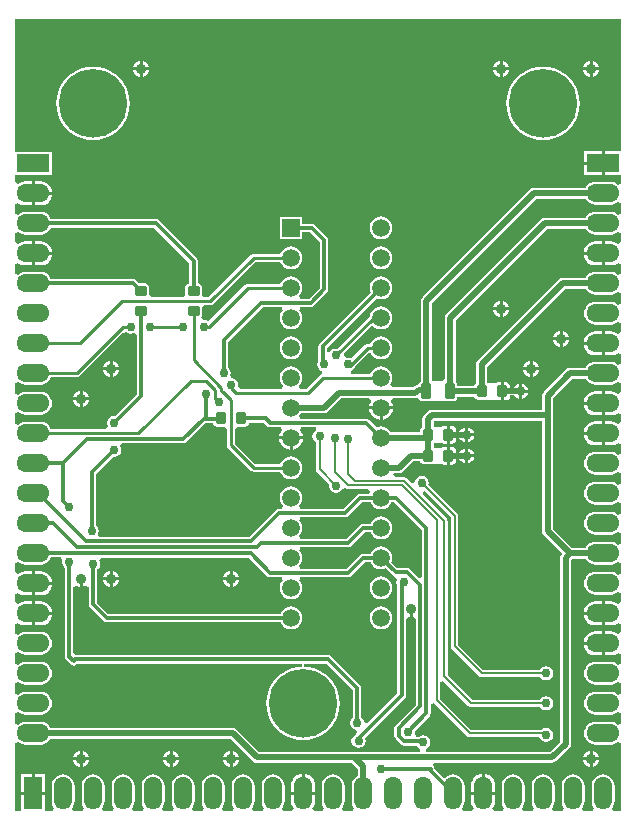
<source format=gtl>
G04 Layer_Physical_Order=1*
G04 Layer_Color=255*
%FSLAX25Y25*%
%MOIN*%
G70*
G01*
G75*
%ADD10C,0.03937*%
G04:AMPARAMS|DCode=11|XSize=39.37mil|YSize=35.43mil|CornerRadius=4.43mil|HoleSize=0mil|Usage=FLASHONLY|Rotation=180.000|XOffset=0mil|YOffset=0mil|HoleType=Round|Shape=RoundedRectangle|*
%AMROUNDEDRECTD11*
21,1,0.03937,0.02658,0,0,180.0*
21,1,0.03051,0.03543,0,0,180.0*
1,1,0.00886,-0.01526,0.01329*
1,1,0.00886,0.01526,0.01329*
1,1,0.00886,0.01526,-0.01329*
1,1,0.00886,-0.01526,-0.01329*
%
%ADD11ROUNDEDRECTD11*%
G04:AMPARAMS|DCode=12|XSize=39.37mil|YSize=35.43mil|CornerRadius=4.43mil|HoleSize=0mil|Usage=FLASHONLY|Rotation=90.000|XOffset=0mil|YOffset=0mil|HoleType=Round|Shape=RoundedRectangle|*
%AMROUNDEDRECTD12*
21,1,0.03937,0.02658,0,0,90.0*
21,1,0.03051,0.03543,0,0,90.0*
1,1,0.00886,0.01329,0.01526*
1,1,0.00886,0.01329,-0.01526*
1,1,0.00886,-0.01329,-0.01526*
1,1,0.00886,-0.01329,0.01526*
%
%ADD12ROUNDEDRECTD12*%
G04:AMPARAMS|DCode=13|XSize=51.18mil|YSize=31.5mil|CornerRadius=3.94mil|HoleSize=0mil|Usage=FLASHONLY|Rotation=90.000|XOffset=0mil|YOffset=0mil|HoleType=Round|Shape=RoundedRectangle|*
%AMROUNDEDRECTD13*
21,1,0.05118,0.02362,0,0,90.0*
21,1,0.04331,0.03150,0,0,90.0*
1,1,0.00787,0.01181,0.02165*
1,1,0.00787,0.01181,-0.02165*
1,1,0.00787,-0.01181,-0.02165*
1,1,0.00787,-0.01181,0.02165*
%
%ADD13ROUNDEDRECTD13*%
%ADD14C,0.01200*%
%ADD15C,0.02000*%
%ADD16C,0.00800*%
%ADD17C,0.01000*%
%ADD18C,0.05906*%
%ADD19R,0.05906X0.05906*%
%ADD20C,0.17323*%
%ADD21O,0.11000X0.06000*%
%ADD22R,0.11000X0.06000*%
%ADD23O,0.06000X0.11000*%
%ADD24R,0.06000X0.11000*%
%ADD25C,0.03500*%
%ADD26C,0.03000*%
%ADD27C,0.02362*%
G36*
X367252Y209152D02*
X367848Y208754D01*
X368550Y208615D01*
X400290D01*
X402165Y206740D01*
Y204353D01*
X402084Y204319D01*
X401290Y203710D01*
X400681Y202916D01*
X400298Y201992D01*
X400167Y201000D01*
Y196000D01*
X400298Y195008D01*
X400681Y194084D01*
X401098Y193539D01*
X400805Y192715D01*
X400656Y192539D01*
X397344D01*
X397195Y192715D01*
X396901Y193539D01*
X397319Y194084D01*
X397702Y195008D01*
X397833Y196000D01*
Y201000D01*
X397702Y201992D01*
X397319Y202916D01*
X396710Y203710D01*
X395916Y204319D01*
X394992Y204702D01*
X394000Y204833D01*
X393008Y204702D01*
X392084Y204319D01*
X391290Y203710D01*
X390681Y202916D01*
X390298Y201992D01*
X390167Y201000D01*
Y196000D01*
X390298Y195008D01*
X390681Y194084D01*
X391098Y193539D01*
X390805Y192715D01*
X390656Y192539D01*
X387647D01*
X387154Y193539D01*
X387494Y193983D01*
X387897Y194956D01*
X388035Y196000D01*
Y198000D01*
X384000D01*
X379965D01*
Y196000D01*
X380103Y194956D01*
X380506Y193983D01*
X380846Y193539D01*
X380353Y192539D01*
X377344D01*
X377195Y192715D01*
X376902Y193539D01*
X377319Y194084D01*
X377702Y195008D01*
X377833Y196000D01*
Y201000D01*
X377702Y201992D01*
X377319Y202916D01*
X376710Y203710D01*
X375916Y204319D01*
X374992Y204702D01*
X374000Y204833D01*
X373008Y204702D01*
X372084Y204319D01*
X371290Y203710D01*
X370681Y202916D01*
X370298Y201992D01*
X370167Y201000D01*
Y196000D01*
X370298Y195008D01*
X370681Y194084D01*
X371098Y193539D01*
X370805Y192715D01*
X370656Y192539D01*
X367344D01*
X367195Y192715D01*
X366901Y193539D01*
X367319Y194084D01*
X367702Y195008D01*
X367833Y196000D01*
Y201000D01*
X367702Y201992D01*
X367319Y202916D01*
X366710Y203710D01*
X365916Y204319D01*
X364992Y204702D01*
X364000Y204833D01*
X363008Y204702D01*
X362084Y204319D01*
X361290Y203710D01*
X360681Y202916D01*
X360298Y201992D01*
X360167Y201000D01*
Y196000D01*
X360298Y195008D01*
X360681Y194084D01*
X361099Y193539D01*
X360805Y192715D01*
X360656Y192539D01*
X357344D01*
X357195Y192715D01*
X356902Y193539D01*
X357319Y194084D01*
X357702Y195008D01*
X357833Y196000D01*
Y201000D01*
X357702Y201992D01*
X357319Y202916D01*
X356710Y203710D01*
X355916Y204319D01*
X354992Y204702D01*
X354000Y204833D01*
X353008Y204702D01*
X352084Y204319D01*
X351290Y203710D01*
X350681Y202916D01*
X350298Y201992D01*
X350167Y201000D01*
Y196000D01*
X350298Y195008D01*
X350681Y194084D01*
X351098Y193539D01*
X350805Y192715D01*
X350656Y192539D01*
X347344D01*
X347195Y192715D01*
X346901Y193539D01*
X347319Y194084D01*
X347702Y195008D01*
X347833Y196000D01*
Y201000D01*
X347702Y201992D01*
X347319Y202916D01*
X346710Y203710D01*
X345916Y204319D01*
X344992Y204702D01*
X344000Y204833D01*
X343008Y204702D01*
X342084Y204319D01*
X341290Y203710D01*
X340681Y202916D01*
X340298Y201992D01*
X340167Y201000D01*
Y196000D01*
X340298Y195008D01*
X340681Y194084D01*
X341098Y193539D01*
X340805Y192715D01*
X340656Y192539D01*
X337344D01*
X337195Y192715D01*
X336901Y193539D01*
X337319Y194084D01*
X337702Y195008D01*
X337833Y196000D01*
Y201000D01*
X337702Y201992D01*
X337319Y202916D01*
X336710Y203710D01*
X335916Y204319D01*
X334992Y204702D01*
X334000Y204833D01*
X333008Y204702D01*
X332084Y204319D01*
X331290Y203710D01*
X330681Y202916D01*
X330298Y201992D01*
X330167Y201000D01*
Y196000D01*
X330298Y195008D01*
X330681Y194084D01*
X331099Y193539D01*
X330805Y192715D01*
X330656Y192539D01*
X327344D01*
X327195Y192715D01*
X326902Y193539D01*
X327319Y194084D01*
X327702Y195008D01*
X327833Y196000D01*
Y201000D01*
X327702Y201992D01*
X327319Y202916D01*
X326710Y203710D01*
X325916Y204319D01*
X324992Y204702D01*
X324000Y204833D01*
X323008Y204702D01*
X322084Y204319D01*
X321290Y203710D01*
X320681Y202916D01*
X320298Y201992D01*
X320167Y201000D01*
Y196000D01*
X320298Y195008D01*
X320681Y194084D01*
X321098Y193539D01*
X320805Y192715D01*
X320656Y192539D01*
X317344D01*
X317195Y192715D01*
X316901Y193539D01*
X317319Y194084D01*
X317702Y195008D01*
X317833Y196000D01*
Y201000D01*
X317702Y201992D01*
X317319Y202916D01*
X316710Y203710D01*
X315916Y204319D01*
X314992Y204702D01*
X314000Y204833D01*
X313008Y204702D01*
X312084Y204319D01*
X311290Y203710D01*
X310681Y202916D01*
X310298Y201992D01*
X310167Y201000D01*
Y196000D01*
X310298Y195008D01*
X310681Y194084D01*
X311099Y193539D01*
X310805Y192715D01*
X310656Y192539D01*
X307344D01*
X307195Y192715D01*
X306902Y193539D01*
X307319Y194084D01*
X307702Y195008D01*
X307833Y196000D01*
Y201000D01*
X307702Y201992D01*
X307319Y202916D01*
X306710Y203710D01*
X305916Y204319D01*
X304992Y204702D01*
X304000Y204833D01*
X303008Y204702D01*
X302084Y204319D01*
X301290Y203710D01*
X300681Y202916D01*
X300298Y201992D01*
X300167Y201000D01*
Y196000D01*
X300298Y195008D01*
X300681Y194084D01*
X301098Y193539D01*
X300805Y192715D01*
X300656Y192539D01*
X298000D01*
Y198000D01*
X294000D01*
X290000D01*
Y192539D01*
X288039D01*
Y215156D01*
X288215Y215305D01*
X289039Y215599D01*
X289584Y215181D01*
X290508Y214798D01*
X291500Y214667D01*
X296500D01*
X297492Y214798D01*
X298416Y215181D01*
X299210Y215790D01*
X299819Y216584D01*
X299853Y216665D01*
X359740D01*
X367252Y209152D01*
D02*
G37*
G36*
X478181Y366584D02*
X478790Y365790D01*
X479584Y365181D01*
X480508Y364798D01*
X481500Y364667D01*
X486500D01*
X487492Y364798D01*
X488416Y365181D01*
X488961Y365599D01*
X489785Y365305D01*
X489961Y365156D01*
Y361844D01*
X489785Y361695D01*
X488961Y361402D01*
X488416Y361819D01*
X487492Y362202D01*
X486500Y362333D01*
X481500D01*
X480508Y362202D01*
X479584Y361819D01*
X478790Y361210D01*
X478181Y360416D01*
X477798Y359492D01*
X477667Y358500D01*
X477798Y357508D01*
X478181Y356584D01*
X478790Y355790D01*
X479584Y355181D01*
X480508Y354798D01*
X481500Y354667D01*
X486500D01*
X487492Y354798D01*
X488416Y355181D01*
X488961Y355598D01*
X489785Y355305D01*
X489961Y355156D01*
Y352147D01*
X488961Y351654D01*
X488517Y351994D01*
X487544Y352397D01*
X486500Y352535D01*
X484500D01*
Y348500D01*
Y344465D01*
X486500D01*
X487544Y344603D01*
X488517Y345006D01*
X488961Y345346D01*
X489961Y344853D01*
Y341844D01*
X489785Y341695D01*
X488961Y341402D01*
X488416Y341819D01*
X487492Y342202D01*
X486500Y342333D01*
X481500D01*
X480508Y342202D01*
X479584Y341819D01*
X478790Y341210D01*
X478181Y340416D01*
X478147Y340335D01*
X473000D01*
X472298Y340196D01*
X471702Y339798D01*
X464202Y332298D01*
X463804Y331702D01*
X463665Y331000D01*
Y326335D01*
X427000D01*
X426298Y326196D01*
X425702Y325798D01*
X424356Y324451D01*
X423958Y323856D01*
X423818Y323154D01*
Y320682D01*
X423429Y320422D01*
X423154Y320011D01*
X423058Y319526D01*
Y318835D01*
X413302D01*
X413278Y318893D01*
X412676Y319676D01*
X411893Y320278D01*
X410980Y320656D01*
X410000Y320785D01*
X409020Y320656D01*
X408555Y320463D01*
X406009Y323009D01*
X405546Y323319D01*
X405000Y323427D01*
X405000Y323427D01*
X383151D01*
X382849Y323998D01*
X382765Y324387D01*
X383369Y325165D01*
X391000D01*
X391702Y325304D01*
X392298Y325702D01*
X396713Y330118D01*
X406149D01*
X406642Y329117D01*
X406547Y328993D01*
X406149Y328032D01*
X406079Y327500D01*
X413921D01*
X413851Y328032D01*
X413453Y328993D01*
X413357Y329117D01*
X413851Y330118D01*
X421453D01*
X421790Y330185D01*
X422170Y330245D01*
X422991Y329613D01*
X423084Y329474D01*
X423479Y329210D01*
X423945Y329118D01*
X426307D01*
X426773Y329210D01*
X426873Y329277D01*
X426996Y329153D01*
X431130D01*
X431253Y329277D01*
X431353Y329210D01*
X431819Y329118D01*
X434181D01*
X434647Y329210D01*
X435042Y329474D01*
X435306Y329869D01*
X435398Y330335D01*
Y330665D01*
X441119D01*
X441154Y330489D01*
X441429Y330078D01*
X441840Y329804D01*
X442325Y329707D01*
X444982D01*
X445382Y329787D01*
X445425Y329744D01*
X448262D01*
X448455Y329615D01*
X449018Y329503D01*
X449847D01*
Y332500D01*
Y335497D01*
X449018D01*
X448455Y335385D01*
X448262Y335256D01*
X445425D01*
X445335Y336219D01*
Y340740D01*
X471260Y366665D01*
X478147D01*
X478181Y366584D01*
D02*
G37*
G36*
X371991Y270991D02*
X371991Y270991D01*
X372454Y270681D01*
X373000Y270573D01*
X373000Y270573D01*
X376849D01*
X377151Y270002D01*
X377244Y269573D01*
X376722Y268893D01*
X376344Y267980D01*
X376215Y267000D01*
X376344Y266020D01*
X376722Y265107D01*
X377324Y264323D01*
X378107Y263722D01*
X379020Y263344D01*
X380000Y263215D01*
X380980Y263344D01*
X381893Y263722D01*
X382677Y264323D01*
X383278Y265107D01*
X383656Y266020D01*
X383785Y267000D01*
X383656Y267980D01*
X383278Y268893D01*
X382756Y269573D01*
X382849Y270002D01*
X383151Y270573D01*
X399000D01*
X399000Y270573D01*
X399546Y270681D01*
X400009Y270991D01*
X404591Y275573D01*
X406529D01*
X406722Y275107D01*
X407324Y274324D01*
X408107Y273722D01*
X409020Y273344D01*
X410000Y273215D01*
X410980Y273344D01*
X411445Y273536D01*
X413841Y271141D01*
X413841Y271141D01*
X414304Y270831D01*
X414702Y270752D01*
X415045Y270287D01*
X415299Y269723D01*
X415155Y269000D01*
X415333Y268103D01*
X415423Y267969D01*
Y231896D01*
X405325Y221798D01*
X404872Y221891D01*
X404306Y222194D01*
X404167Y222897D01*
X403658Y223658D01*
X403427Y223812D01*
Y233545D01*
X403427Y233545D01*
X403319Y234091D01*
X403009Y234555D01*
X403009Y234555D01*
X393405Y244159D01*
X392941Y244469D01*
X392395Y244577D01*
X392395Y244577D01*
X308150D01*
X308150Y244577D01*
X307427Y245453D01*
Y267250D01*
X308427Y267740D01*
X308613Y267598D01*
X309282Y267321D01*
X309500Y267292D01*
Y270000D01*
X310500D01*
Y267292D01*
X310718Y267321D01*
X311387Y267598D01*
X311573Y267740D01*
X312573Y267250D01*
Y261500D01*
X312573Y261500D01*
X312681Y260954D01*
X312991Y260491D01*
X317491Y255991D01*
X317491Y255991D01*
X317954Y255681D01*
X318500Y255573D01*
X318500Y255573D01*
X376529D01*
X376722Y255107D01*
X377324Y254324D01*
X378107Y253722D01*
X379020Y253344D01*
X380000Y253215D01*
X380980Y253344D01*
X381893Y253722D01*
X382677Y254324D01*
X383278Y255107D01*
X383656Y256020D01*
X383785Y257000D01*
X383656Y257980D01*
X383278Y258893D01*
X382677Y259677D01*
X381893Y260278D01*
X380980Y260656D01*
X380000Y260785D01*
X379020Y260656D01*
X378107Y260278D01*
X377324Y259677D01*
X376722Y258893D01*
X376529Y258427D01*
X319091D01*
X315427Y262091D01*
Y273188D01*
X315658Y273342D01*
X316167Y274103D01*
X316345Y275000D01*
X316167Y275897D01*
X316050Y276073D01*
X316584Y277073D01*
X365909D01*
X371991Y270991D01*
D02*
G37*
G36*
X478181Y386584D02*
X478790Y385790D01*
X479584Y385181D01*
X480508Y384798D01*
X481500Y384667D01*
X486500D01*
X487492Y384798D01*
X488416Y385181D01*
X488961Y385598D01*
X489785Y385305D01*
X489961Y385156D01*
Y382147D01*
X488961Y381654D01*
X488517Y381994D01*
X487544Y382397D01*
X486500Y382535D01*
X484500D01*
Y378500D01*
Y374465D01*
X486500D01*
X487544Y374603D01*
X488517Y375006D01*
X488961Y375346D01*
X489961Y374853D01*
Y371844D01*
X489785Y371695D01*
X488961Y371402D01*
X488416Y371819D01*
X487492Y372202D01*
X486500Y372333D01*
X481500D01*
X480508Y372202D01*
X479584Y371819D01*
X478790Y371210D01*
X478181Y370416D01*
X478147Y370335D01*
X470500D01*
X469798Y370196D01*
X469202Y369798D01*
X442202Y342798D01*
X441804Y342202D01*
X441665Y341500D01*
Y335079D01*
X441429Y334922D01*
X441154Y334511D01*
X441119Y334335D01*
X435398D01*
Y334665D01*
X435306Y335131D01*
X435042Y335526D01*
X434835Y335664D01*
Y356240D01*
X465260Y386665D01*
X478147D01*
X478181Y386584D01*
D02*
G37*
G36*
X489961Y412500D02*
X484500D01*
Y408500D01*
Y404500D01*
X489961D01*
Y401844D01*
X489785Y401695D01*
X488961Y401402D01*
X488416Y401819D01*
X487492Y402202D01*
X486500Y402333D01*
X481500D01*
X480508Y402202D01*
X479584Y401819D01*
X478790Y401210D01*
X478181Y400416D01*
X478147Y400335D01*
X461000D01*
X460298Y400196D01*
X459702Y399798D01*
X423828Y363924D01*
X423430Y363328D01*
X423291Y362626D01*
Y335664D01*
X423084Y335526D01*
X422820Y335131D01*
X422762Y334835D01*
X422500D01*
X421798Y334696D01*
X421202Y334298D01*
X420693Y333788D01*
X413526D01*
X413033Y334788D01*
X413278Y335107D01*
X413656Y336020D01*
X413785Y337000D01*
X413656Y337980D01*
X413278Y338893D01*
X412676Y339676D01*
X411893Y340278D01*
X410980Y340656D01*
X410000Y340785D01*
X409020Y340656D01*
X408107Y340278D01*
X407324Y339676D01*
X406722Y338893D01*
X406487Y338326D01*
X399956D01*
X399857Y339325D01*
X399897Y339333D01*
X400658Y339842D01*
X401167Y340603D01*
X401214Y340839D01*
X405593Y345219D01*
X406621Y345117D01*
X406782Y345029D01*
X407324Y344323D01*
X408107Y343722D01*
X409020Y343344D01*
X410000Y343215D01*
X410980Y343344D01*
X411893Y343722D01*
X412676Y344323D01*
X413278Y345107D01*
X413656Y346020D01*
X413785Y347000D01*
X413656Y347980D01*
X413278Y348893D01*
X412676Y349676D01*
X411893Y350278D01*
X410980Y350656D01*
X410000Y350785D01*
X409020Y350656D01*
X408107Y350278D01*
X407324Y349676D01*
X406722Y348893D01*
X406487Y348325D01*
X405500D01*
X404993Y348225D01*
X404563Y347937D01*
X400134Y343509D01*
X399897Y343667D01*
X399000Y343845D01*
X398526Y343751D01*
X397635Y344418D01*
X397596Y345222D01*
X406737Y354362D01*
X407324Y354324D01*
X408107Y353722D01*
X409020Y353344D01*
X410000Y353215D01*
X410980Y353344D01*
X411893Y353722D01*
X412676Y354324D01*
X413278Y355107D01*
X413656Y356020D01*
X413785Y357000D01*
X413656Y357980D01*
X413278Y358893D01*
X412676Y359677D01*
X411893Y360278D01*
X410980Y360656D01*
X410000Y360785D01*
X409020Y360656D01*
X408107Y360278D01*
X407324Y359677D01*
X406722Y358893D01*
X406344Y357980D01*
X406304Y357679D01*
X395392Y346767D01*
X395000Y346845D01*
X394103Y346667D01*
X393342Y346158D01*
X392927Y345538D01*
X392350Y345561D01*
X391927Y345704D01*
Y346909D01*
X408555Y363537D01*
X409020Y363344D01*
X410000Y363215D01*
X410980Y363344D01*
X411893Y363722D01*
X412676Y364323D01*
X413278Y365107D01*
X413656Y366020D01*
X413785Y367000D01*
X413656Y367980D01*
X413278Y368893D01*
X412676Y369676D01*
X411893Y370278D01*
X410980Y370656D01*
X410000Y370785D01*
X409020Y370656D01*
X408107Y370278D01*
X407324Y369676D01*
X406722Y368893D01*
X406344Y367980D01*
X406215Y367000D01*
X406344Y366020D01*
X406536Y365555D01*
X389491Y348509D01*
X389181Y348046D01*
X389073Y347500D01*
X389073Y347500D01*
Y342755D01*
X388833Y342397D01*
X388655Y341500D01*
X388833Y340603D01*
X389342Y339842D01*
X390103Y339333D01*
X390272Y339300D01*
X390272Y338280D01*
X389993Y338225D01*
X389563Y337937D01*
X384951Y333326D01*
X383018D01*
X382677Y334324D01*
X383278Y335107D01*
X383656Y336020D01*
X383785Y337000D01*
X383656Y337980D01*
X383278Y338893D01*
X382677Y339676D01*
X381893Y340278D01*
X380980Y340656D01*
X380000Y340785D01*
X379020Y340656D01*
X378107Y340278D01*
X377324Y339676D01*
X376722Y338893D01*
X376344Y337980D01*
X376215Y337000D01*
X376344Y336020D01*
X376722Y335107D01*
X377324Y334324D01*
X376981Y333326D01*
X363092D01*
X362310Y334326D01*
X362345Y334500D01*
X362167Y335397D01*
X361658Y336158D01*
X360897Y336667D01*
X360320Y336781D01*
X359833Y337394D01*
X359707Y337806D01*
X359845Y338500D01*
X359667Y339397D01*
X359158Y340158D01*
X358927Y340312D01*
Y348909D01*
X370591Y360573D01*
X376849D01*
X377151Y360002D01*
X377244Y359573D01*
X376722Y358893D01*
X376344Y357980D01*
X376215Y357000D01*
X376344Y356020D01*
X376722Y355107D01*
X377324Y354324D01*
X378107Y353722D01*
X379020Y353344D01*
X380000Y353215D01*
X380980Y353344D01*
X381893Y353722D01*
X382677Y354324D01*
X383278Y355107D01*
X383656Y356020D01*
X383785Y357000D01*
X383656Y357980D01*
X383278Y358893D01*
X382756Y359573D01*
X382849Y360002D01*
X383151Y360573D01*
X386500D01*
X386500Y360573D01*
X387046Y360681D01*
X387509Y360991D01*
X392009Y365491D01*
X392009Y365491D01*
X392319Y365954D01*
X392427Y366500D01*
X392427Y366500D01*
Y383000D01*
X392319Y383546D01*
X392009Y384009D01*
X392009Y384009D01*
X388009Y388009D01*
X387546Y388319D01*
X387000Y388427D01*
X387000Y388427D01*
X383753D01*
Y390753D01*
X376247D01*
Y383247D01*
X383753D01*
Y385573D01*
X386409D01*
X389573Y382409D01*
Y367091D01*
X385909Y363427D01*
X383151D01*
X382849Y363998D01*
X382756Y364427D01*
X383278Y365107D01*
X383656Y366020D01*
X383785Y367000D01*
X383656Y367980D01*
X383278Y368893D01*
X382677Y369676D01*
X381893Y370278D01*
X380980Y370656D01*
X380000Y370785D01*
X379020Y370656D01*
X378107Y370278D01*
X377324Y369676D01*
X376722Y368893D01*
X376487Y368325D01*
X365500D01*
X364993Y368225D01*
X364563Y367937D01*
X352434Y355808D01*
X351897Y356167D01*
X351000Y356345D01*
X350589Y356263D01*
X350092Y357184D01*
X350196Y357340D01*
X350293Y357825D01*
Y360482D01*
X351129Y361175D01*
X353000D01*
X353507Y361275D01*
X353937Y361563D01*
X368049Y375675D01*
X376487D01*
X376722Y375107D01*
X377324Y374324D01*
X378107Y373722D01*
X379020Y373344D01*
X380000Y373215D01*
X380980Y373344D01*
X381893Y373722D01*
X382677Y374324D01*
X383278Y375107D01*
X383656Y376020D01*
X383785Y377000D01*
X383656Y377980D01*
X383278Y378893D01*
X382677Y379677D01*
X381893Y380278D01*
X380980Y380656D01*
X380000Y380785D01*
X379020Y380656D01*
X378107Y380278D01*
X377324Y379677D01*
X376722Y378893D01*
X376487Y378326D01*
X367500D01*
X366993Y378225D01*
X366563Y377937D01*
X352451Y363825D01*
X351129D01*
X350293Y364518D01*
Y367175D01*
X350196Y367660D01*
X349922Y368071D01*
X349511Y368346D01*
X349026Y368443D01*
X348927D01*
Y376000D01*
X348927Y376000D01*
X348819Y376546D01*
X348509Y377009D01*
X336009Y389509D01*
X335546Y389819D01*
X335000Y389927D01*
X335000Y389927D01*
X300022D01*
X299819Y390416D01*
X299210Y391210D01*
X298416Y391819D01*
X297492Y392202D01*
X296500Y392333D01*
X291500D01*
X290508Y392202D01*
X289584Y391819D01*
X289039Y391402D01*
X288215Y391695D01*
X288039Y391844D01*
Y394853D01*
X289039Y395346D01*
X289483Y395006D01*
X290456Y394603D01*
X291500Y394465D01*
X293500D01*
Y398500D01*
Y402534D01*
X291500D01*
X290456Y402397D01*
X289483Y401994D01*
X289039Y401654D01*
X288039Y402147D01*
Y404700D01*
X300300D01*
Y412300D01*
X288039D01*
Y456461D01*
X489961D01*
Y412500D01*
D02*
G37*
G36*
X478181Y396584D02*
X478790Y395790D01*
X479584Y395181D01*
X480508Y394798D01*
X481500Y394667D01*
X486500D01*
X487492Y394798D01*
X488416Y395181D01*
X488961Y395599D01*
X489785Y395305D01*
X489961Y395156D01*
Y391844D01*
X489785Y391695D01*
X488961Y391402D01*
X488416Y391819D01*
X487492Y392202D01*
X486500Y392333D01*
X481500D01*
X480508Y392202D01*
X479584Y391819D01*
X478790Y391210D01*
X478181Y390416D01*
X478147Y390335D01*
X464500D01*
X463798Y390196D01*
X463202Y389798D01*
X431702Y358298D01*
X431304Y357702D01*
X431165Y357000D01*
Y336832D01*
X430171Y335846D01*
X426996D01*
X426961Y335861D01*
Y361866D01*
X461760Y396665D01*
X478147D01*
X478181Y396584D01*
D02*
G37*
G36*
X346073Y375409D02*
Y368443D01*
X345974D01*
X345489Y368346D01*
X345078Y368071D01*
X344804Y367660D01*
X344707Y367175D01*
Y364518D01*
X343871Y363825D01*
X333629D01*
X332793Y364518D01*
Y367175D01*
X332696Y367660D01*
X332422Y368071D01*
X332011Y368346D01*
X331526Y368443D01*
X329423D01*
X328356Y369509D01*
X327893Y369819D01*
X327347Y369927D01*
X327346Y369927D01*
X300022D01*
X299819Y370416D01*
X299210Y371210D01*
X298416Y371819D01*
X297492Y372202D01*
X296500Y372333D01*
X291500D01*
X290508Y372202D01*
X289584Y371819D01*
X289039Y371402D01*
X288215Y371695D01*
X288039Y371844D01*
Y374853D01*
X289039Y375346D01*
X289483Y375006D01*
X290456Y374603D01*
X291500Y374465D01*
X293500D01*
Y378500D01*
Y382535D01*
X291500D01*
X290456Y382397D01*
X289483Y381994D01*
X289039Y381654D01*
X288039Y382147D01*
Y385156D01*
X288215Y385305D01*
X289039Y385598D01*
X289584Y385181D01*
X290508Y384798D01*
X291500Y384667D01*
X296500D01*
X297492Y384798D01*
X298416Y385181D01*
X299210Y385790D01*
X299819Y386584D01*
X300022Y387073D01*
X334409D01*
X346073Y375409D01*
D02*
G37*
G36*
X423723Y286259D02*
Y270557D01*
X422799Y270175D01*
X419814Y273159D01*
X419351Y273469D01*
X418805Y273577D01*
X418805Y273577D01*
X415441D01*
X413463Y275555D01*
X413656Y276020D01*
X413785Y277000D01*
X413656Y277980D01*
X413278Y278893D01*
X412676Y279677D01*
X411893Y280278D01*
X410980Y280656D01*
X410000Y280785D01*
X409020Y280656D01*
X408107Y280278D01*
X407324Y279677D01*
X406722Y278893D01*
X406529Y278427D01*
X404000D01*
X404000Y278427D01*
X403454Y278319D01*
X402991Y278009D01*
X402991Y278009D01*
X398409Y273427D01*
X383151D01*
X382849Y273998D01*
X382756Y274427D01*
X383278Y275107D01*
X383656Y276020D01*
X383785Y277000D01*
X383656Y277980D01*
X383278Y278893D01*
X382756Y279573D01*
X382849Y280002D01*
X383151Y280573D01*
X399000D01*
X399000Y280573D01*
X399546Y280681D01*
X400009Y280991D01*
X404591Y285573D01*
X406529D01*
X406722Y285107D01*
X407324Y284324D01*
X408107Y283722D01*
X409020Y283344D01*
X410000Y283215D01*
X410980Y283344D01*
X411893Y283722D01*
X412676Y284324D01*
X413278Y285107D01*
X413656Y286020D01*
X413785Y287000D01*
X413656Y287980D01*
X413278Y288893D01*
X412676Y289676D01*
X411893Y290278D01*
X410980Y290656D01*
X410000Y290785D01*
X409020Y290656D01*
X408107Y290278D01*
X407324Y289676D01*
X406722Y288893D01*
X406529Y288427D01*
X404000D01*
X404000Y288427D01*
X403454Y288319D01*
X402991Y288009D01*
X402991Y288009D01*
X398409Y283427D01*
X383151D01*
X382849Y283998D01*
X382756Y284427D01*
X383278Y285107D01*
X383656Y286020D01*
X383785Y287000D01*
X383656Y287980D01*
X383278Y288893D01*
X382756Y289573D01*
X382849Y290002D01*
X383151Y290573D01*
X398000D01*
X398000Y290573D01*
X398546Y290681D01*
X399009Y290991D01*
X403591Y295573D01*
X406529D01*
X406722Y295107D01*
X407324Y294323D01*
X408107Y293722D01*
X409020Y293344D01*
X410000Y293215D01*
X410980Y293344D01*
X411893Y293722D01*
X412676Y294323D01*
X413278Y295107D01*
X413471Y295573D01*
X414409D01*
X423723Y286259D01*
D02*
G37*
G36*
X371991Y320991D02*
X372454Y320681D01*
X373000Y320573D01*
X373000Y320573D01*
X376549D01*
X376703Y320389D01*
X376992Y319573D01*
X376547Y318993D01*
X376149Y318032D01*
X376079Y317500D01*
X383921D01*
X383851Y318032D01*
X383453Y318993D01*
X383008Y319573D01*
X383297Y320389D01*
X383451Y320573D01*
X388296D01*
X388439Y320150D01*
X388462Y319573D01*
X387842Y319158D01*
X387333Y318397D01*
X387155Y317500D01*
X387333Y316603D01*
X387842Y315842D01*
X388277Y315551D01*
Y306500D01*
X388370Y306032D01*
X388635Y305635D01*
X392757Y301513D01*
X392655Y301000D01*
X392833Y300103D01*
X393342Y299342D01*
X394103Y298833D01*
X395000Y298655D01*
X395897Y298833D01*
X396658Y299342D01*
X397070Y299958D01*
X398078Y300273D01*
X398154Y300288D01*
X398551Y300022D01*
X399019Y299929D01*
X405640D01*
X406214Y298929D01*
X405921Y298427D01*
X403000D01*
X403000Y298427D01*
X402454Y298319D01*
X401991Y298009D01*
X401991Y298009D01*
X397409Y293427D01*
X383151D01*
X382849Y293998D01*
X382756Y294427D01*
X383278Y295107D01*
X383656Y296020D01*
X383785Y297000D01*
X383656Y297980D01*
X383278Y298893D01*
X382677Y299676D01*
X381893Y300278D01*
X380980Y300656D01*
X380000Y300785D01*
X379020Y300656D01*
X378107Y300278D01*
X377324Y299676D01*
X376722Y298893D01*
X376344Y297980D01*
X376215Y297000D01*
X376344Y296020D01*
X376722Y295107D01*
X377244Y294427D01*
X377151Y293998D01*
X376849Y293427D01*
X376000D01*
X376000Y293427D01*
X375454Y293319D01*
X374991Y293009D01*
X374991Y293009D01*
X365909Y283927D01*
X316084D01*
X315549Y284927D01*
X315667Y285103D01*
X315845Y286000D01*
X315667Y286897D01*
X315158Y287658D01*
X314927Y287812D01*
Y304909D01*
X320728Y310709D01*
X321000Y310655D01*
X321897Y310833D01*
X322658Y311342D01*
X323167Y312103D01*
X323345Y313000D01*
X323167Y313897D01*
X322983Y314173D01*
X323517Y315173D01*
X344100D01*
X344100Y315173D01*
X344646Y315281D01*
X345109Y315591D01*
X351438Y321919D01*
X354069D01*
X354154Y321489D01*
X354429Y321078D01*
X354840Y320804D01*
X355325Y320707D01*
X357982D01*
X358675Y319871D01*
Y314500D01*
X358775Y313993D01*
X359063Y313563D01*
X366563Y306063D01*
X366993Y305775D01*
X367500Y305675D01*
X376487D01*
X376722Y305107D01*
X377324Y304324D01*
X378107Y303722D01*
X379020Y303344D01*
X380000Y303215D01*
X380980Y303344D01*
X381893Y303722D01*
X382677Y304324D01*
X383278Y305107D01*
X383656Y306020D01*
X383785Y307000D01*
X383656Y307980D01*
X383278Y308893D01*
X382677Y309677D01*
X381893Y310278D01*
X380980Y310656D01*
X380000Y310785D01*
X379020Y310656D01*
X378107Y310278D01*
X377324Y309677D01*
X376722Y308893D01*
X376487Y308326D01*
X368049D01*
X361326Y315049D01*
Y319871D01*
X362018Y320707D01*
X364675D01*
X365160Y320804D01*
X365571Y321078D01*
X365846Y321489D01*
X365943Y321974D01*
Y322073D01*
X370909D01*
X371991Y320991D01*
D02*
G37*
G36*
X463665Y286000D02*
X463804Y285298D01*
X464202Y284702D01*
X470405Y278500D01*
X470202Y278298D01*
X469804Y277702D01*
X469665Y277000D01*
Y215760D01*
X466240Y212335D01*
X425005D01*
X424897Y213333D01*
X425658Y213842D01*
X426167Y214603D01*
X426345Y215500D01*
X426167Y216397D01*
X425658Y217158D01*
X424897Y217667D01*
X424000Y217845D01*
X423103Y217667D01*
X422520Y217277D01*
X421818D01*
X421545Y217624D01*
X421201Y218277D01*
X421345Y219000D01*
X421291Y219272D01*
X426159Y224141D01*
X426159Y224141D01*
X426469Y224604D01*
X426577Y225150D01*
Y228417D01*
X427577Y228721D01*
X427635Y228635D01*
X438635Y217635D01*
X439032Y217370D01*
X439500Y217277D01*
X462799D01*
X462833Y217103D01*
X463342Y216342D01*
X464103Y215833D01*
X465000Y215655D01*
X465897Y215833D01*
X466658Y216342D01*
X467167Y217103D01*
X467345Y218000D01*
X467167Y218897D01*
X466658Y219658D01*
X465897Y220167D01*
X465000Y220345D01*
X464103Y220167D01*
X463440Y219724D01*
X440007D01*
X429724Y230007D01*
Y235632D01*
X430723Y236046D01*
X439135Y227635D01*
X439532Y227370D01*
X440000Y227276D01*
X463051D01*
X463342Y226842D01*
X464103Y226333D01*
X465000Y226155D01*
X465897Y226333D01*
X466658Y226842D01*
X467167Y227603D01*
X467345Y228500D01*
X467167Y229397D01*
X466658Y230158D01*
X465897Y230667D01*
X465000Y230845D01*
X464103Y230667D01*
X463342Y230158D01*
X463051Y229724D01*
X440507D01*
X432224Y238007D01*
Y289263D01*
X432130Y289731D01*
X431865Y290128D01*
X423867Y298126D01*
X423866Y298131D01*
X424242Y299165D01*
X424576Y299194D01*
X433277Y290493D01*
Y247500D01*
X433370Y247032D01*
X433635Y246635D01*
X442635Y237635D01*
X443032Y237370D01*
X443500Y237277D01*
X463051D01*
X463342Y236842D01*
X464103Y236333D01*
X465000Y236155D01*
X465897Y236333D01*
X466658Y236842D01*
X467167Y237603D01*
X467345Y238500D01*
X467167Y239397D01*
X466658Y240158D01*
X465897Y240667D01*
X465000Y240845D01*
X464103Y240667D01*
X463342Y240158D01*
X463051Y239723D01*
X444007D01*
X435723Y248007D01*
Y291000D01*
X435630Y291468D01*
X435365Y291865D01*
X425743Y301487D01*
X425845Y302000D01*
X425667Y302897D01*
X425158Y303658D01*
X424397Y304167D01*
X423500Y304345D01*
X422603Y304167D01*
X421842Y303658D01*
X421333Y302897D01*
X421197Y302210D01*
X420591Y301894D01*
X420177Y301817D01*
X418375Y303618D01*
X417978Y303883D01*
X417510Y303976D01*
X414638D01*
X414082Y304976D01*
X414199Y305165D01*
X416000D01*
X416702Y305304D01*
X417298Y305702D01*
X420760Y309165D01*
X423119D01*
X423154Y308989D01*
X423429Y308578D01*
X423840Y308304D01*
X424325Y308207D01*
X426982D01*
X427383Y308287D01*
X427425Y308244D01*
X430262D01*
X430455Y308115D01*
X431018Y308003D01*
X431847D01*
Y311000D01*
Y313997D01*
X431018D01*
X430455Y313885D01*
X430262Y313756D01*
X427489D01*
Y315244D01*
X430262D01*
X430455Y315115D01*
X431018Y315003D01*
X431847D01*
Y318000D01*
Y320997D01*
X431018D01*
X430455Y320885D01*
X430262Y320756D01*
X427489D01*
Y322393D01*
X427760Y322665D01*
X463665D01*
Y286000D01*
D02*
G37*
G36*
X478181Y336584D02*
X478790Y335790D01*
X479584Y335181D01*
X480508Y334798D01*
X481500Y334667D01*
X486500D01*
X487492Y334798D01*
X488416Y335181D01*
X488961Y335598D01*
X489785Y335305D01*
X489961Y335156D01*
Y332147D01*
X488961Y331654D01*
X488517Y331994D01*
X487544Y332397D01*
X486500Y332535D01*
X484500D01*
Y328500D01*
Y324465D01*
X486500D01*
X487544Y324603D01*
X488517Y325006D01*
X488961Y325346D01*
X489961Y324853D01*
Y322147D01*
X488961Y321654D01*
X488517Y321994D01*
X487544Y322397D01*
X486500Y322534D01*
X484500D01*
Y318500D01*
Y314465D01*
X486500D01*
X487544Y314603D01*
X488517Y315006D01*
X488961Y315346D01*
X489961Y314853D01*
Y311844D01*
X489785Y311695D01*
X488961Y311402D01*
X488416Y311819D01*
X487492Y312202D01*
X486500Y312333D01*
X481500D01*
X480508Y312202D01*
X479584Y311819D01*
X478790Y311210D01*
X478181Y310416D01*
X477798Y309492D01*
X477667Y308500D01*
X477798Y307508D01*
X478181Y306584D01*
X478790Y305790D01*
X479584Y305181D01*
X480508Y304798D01*
X481500Y304667D01*
X486500D01*
X487492Y304798D01*
X488416Y305181D01*
X488961Y305598D01*
X489785Y305305D01*
X489961Y305156D01*
Y301844D01*
X489785Y301695D01*
X488961Y301401D01*
X488416Y301819D01*
X487492Y302202D01*
X486500Y302333D01*
X481500D01*
X480508Y302202D01*
X479584Y301819D01*
X478790Y301210D01*
X478181Y300416D01*
X477798Y299492D01*
X477667Y298500D01*
X477798Y297508D01*
X478181Y296584D01*
X478790Y295790D01*
X479584Y295181D01*
X480508Y294798D01*
X481500Y294667D01*
X486500D01*
X487492Y294798D01*
X488416Y295181D01*
X488961Y295599D01*
X489785Y295305D01*
X489961Y295156D01*
Y291844D01*
X489785Y291695D01*
X488961Y291402D01*
X488416Y291819D01*
X487492Y292202D01*
X486500Y292333D01*
X481500D01*
X480508Y292202D01*
X479584Y291819D01*
X478790Y291210D01*
X478181Y290416D01*
X477798Y289492D01*
X477667Y288500D01*
X477798Y287508D01*
X478181Y286584D01*
X478790Y285790D01*
X479584Y285181D01*
X480508Y284798D01*
X481500Y284667D01*
X486500D01*
X487492Y284798D01*
X488416Y285181D01*
X488961Y285598D01*
X489785Y285305D01*
X489961Y285156D01*
Y281844D01*
X489785Y281695D01*
X488961Y281401D01*
X488416Y281819D01*
X487492Y282202D01*
X486500Y282333D01*
X481500D01*
X480508Y282202D01*
X479584Y281819D01*
X478790Y281210D01*
X478181Y280416D01*
X478147Y280335D01*
X473760D01*
X467335Y286760D01*
Y324500D01*
Y330240D01*
X473760Y336665D01*
X478147D01*
X478181Y336584D01*
D02*
G37*
G36*
Y276584D02*
X478790Y275790D01*
X479584Y275181D01*
X480508Y274798D01*
X481500Y274667D01*
X486500D01*
X487492Y274798D01*
X488416Y275181D01*
X488961Y275599D01*
X489785Y275305D01*
X489961Y275156D01*
Y271844D01*
X489785Y271695D01*
X488961Y271402D01*
X488416Y271819D01*
X487492Y272202D01*
X486500Y272333D01*
X481500D01*
X480508Y272202D01*
X479584Y271819D01*
X478790Y271210D01*
X478181Y270416D01*
X477798Y269492D01*
X477667Y268500D01*
X477798Y267508D01*
X478181Y266584D01*
X478790Y265790D01*
X479584Y265181D01*
X480508Y264798D01*
X481500Y264667D01*
X486500D01*
X487492Y264798D01*
X488416Y265181D01*
X488961Y265599D01*
X489785Y265305D01*
X489961Y265156D01*
Y262147D01*
X488961Y261654D01*
X488517Y261994D01*
X487544Y262397D01*
X486500Y262534D01*
X484500D01*
Y258500D01*
Y254466D01*
X486500D01*
X487544Y254603D01*
X488517Y255006D01*
X488961Y255346D01*
X489961Y254853D01*
Y252147D01*
X488961Y251654D01*
X488517Y251994D01*
X487544Y252397D01*
X486500Y252535D01*
X484500D01*
Y248500D01*
Y244465D01*
X486500D01*
X487544Y244603D01*
X488517Y245006D01*
X488961Y245346D01*
X489961Y244853D01*
Y241844D01*
X489785Y241695D01*
X488961Y241402D01*
X488416Y241819D01*
X487492Y242202D01*
X486500Y242333D01*
X481500D01*
X480508Y242202D01*
X479584Y241819D01*
X478790Y241210D01*
X478181Y240416D01*
X477798Y239492D01*
X477667Y238500D01*
X477798Y237508D01*
X478181Y236584D01*
X478790Y235790D01*
X479584Y235181D01*
X480508Y234798D01*
X481500Y234667D01*
X486500D01*
X487492Y234798D01*
X488416Y235181D01*
X488961Y235598D01*
X489785Y235305D01*
X489961Y235156D01*
Y231844D01*
X489785Y231695D01*
X488961Y231401D01*
X488416Y231819D01*
X487492Y232202D01*
X486500Y232333D01*
X481500D01*
X480508Y232202D01*
X479584Y231819D01*
X478790Y231210D01*
X478181Y230416D01*
X477798Y229492D01*
X477667Y228500D01*
X477798Y227508D01*
X478181Y226584D01*
X478790Y225790D01*
X479584Y225181D01*
X480508Y224798D01*
X481500Y224667D01*
X486500D01*
X487492Y224798D01*
X488416Y225181D01*
X488961Y225599D01*
X489785Y225305D01*
X489961Y225156D01*
Y221844D01*
X489785Y221695D01*
X488961Y221402D01*
X488416Y221819D01*
X487492Y222202D01*
X486500Y222333D01*
X481500D01*
X480508Y222202D01*
X479584Y221819D01*
X478790Y221210D01*
X478181Y220416D01*
X477798Y219492D01*
X477667Y218500D01*
X477798Y217508D01*
X478181Y216584D01*
X478790Y215790D01*
X479584Y215181D01*
X480508Y214798D01*
X481500Y214667D01*
X486500D01*
X487492Y214798D01*
X488416Y215181D01*
X488961Y215599D01*
X489785Y215305D01*
X489961Y215156D01*
Y192539D01*
X487344D01*
X487195Y192715D01*
X486902Y193539D01*
X487319Y194084D01*
X487702Y195008D01*
X487833Y196000D01*
Y201000D01*
X487702Y201992D01*
X487319Y202916D01*
X486710Y203710D01*
X485916Y204319D01*
X484992Y204702D01*
X484000Y204833D01*
X483008Y204702D01*
X482084Y204319D01*
X481290Y203710D01*
X480681Y202916D01*
X480298Y201992D01*
X480167Y201000D01*
Y196000D01*
X480298Y195008D01*
X480681Y194084D01*
X481099Y193539D01*
X480805Y192715D01*
X480656Y192539D01*
X477344D01*
X477195Y192715D01*
X476901Y193539D01*
X477319Y194084D01*
X477702Y195008D01*
X477833Y196000D01*
Y201000D01*
X477702Y201992D01*
X477319Y202916D01*
X476710Y203710D01*
X475916Y204319D01*
X474992Y204702D01*
X474000Y204833D01*
X473008Y204702D01*
X472084Y204319D01*
X471290Y203710D01*
X470681Y202916D01*
X470298Y201992D01*
X470167Y201000D01*
Y196000D01*
X470298Y195008D01*
X470681Y194084D01*
X471099Y193539D01*
X470805Y192715D01*
X470656Y192539D01*
X467344D01*
X467195Y192715D01*
X466901Y193539D01*
X467319Y194084D01*
X467702Y195008D01*
X467833Y196000D01*
Y201000D01*
X467702Y201992D01*
X467319Y202916D01*
X466710Y203710D01*
X465916Y204319D01*
X464992Y204702D01*
X464000Y204833D01*
X463008Y204702D01*
X462084Y204319D01*
X461290Y203710D01*
X460681Y202916D01*
X460298Y201992D01*
X460167Y201000D01*
Y196000D01*
X460298Y195008D01*
X460681Y194084D01*
X461098Y193539D01*
X460805Y192715D01*
X460656Y192539D01*
X457344D01*
X457195Y192715D01*
X456902Y193539D01*
X457319Y194084D01*
X457702Y195008D01*
X457833Y196000D01*
Y201000D01*
X457702Y201992D01*
X457319Y202916D01*
X456710Y203710D01*
X455916Y204319D01*
X454992Y204702D01*
X454000Y204833D01*
X453008Y204702D01*
X452084Y204319D01*
X451290Y203710D01*
X450681Y202916D01*
X450298Y201992D01*
X450167Y201000D01*
Y196000D01*
X450298Y195008D01*
X450681Y194084D01*
X451098Y193539D01*
X450805Y192715D01*
X450656Y192539D01*
X447647D01*
X447154Y193539D01*
X447494Y193983D01*
X447897Y194956D01*
X448034Y196000D01*
Y198000D01*
X444000D01*
X439965D01*
Y196000D01*
X440103Y194956D01*
X440506Y193983D01*
X440846Y193539D01*
X440353Y192539D01*
X437344D01*
X437195Y192715D01*
X436902Y193539D01*
X437319Y194084D01*
X437702Y195008D01*
X437833Y196000D01*
Y201000D01*
X437702Y201992D01*
X437319Y202916D01*
X436710Y203710D01*
X435916Y204319D01*
X434992Y204702D01*
X434000Y204833D01*
X433008Y204702D01*
X432084Y204319D01*
X431290Y203710D01*
X430838Y203681D01*
X427905Y206614D01*
X427819Y207046D01*
X427509Y207509D01*
X427277Y207665D01*
X427529Y208665D01*
X467000D01*
X467702Y208804D01*
X468298Y209202D01*
X472798Y213702D01*
X473196Y214298D01*
X473335Y215000D01*
Y276240D01*
X473760Y276665D01*
X478147D01*
X478181Y276584D01*
D02*
G37*
G36*
X325603Y351833D02*
X326500Y351655D01*
X327397Y351833D01*
X327559Y351941D01*
X327581Y351946D01*
X328573Y351416D01*
Y331591D01*
X321272Y324291D01*
X321000Y324345D01*
X320103Y324167D01*
X319342Y323658D01*
X318833Y322897D01*
X318655Y322000D01*
X318833Y321103D01*
X319019Y320826D01*
X318484Y319826D01*
X300064D01*
X299819Y320416D01*
X299210Y321210D01*
X298416Y321819D01*
X297492Y322202D01*
X296500Y322333D01*
X291500D01*
X290508Y322202D01*
X289584Y321819D01*
X289039Y321402D01*
X288215Y321695D01*
X288039Y321844D01*
Y325156D01*
X288215Y325305D01*
X289039Y325599D01*
X289584Y325181D01*
X290508Y324798D01*
X291500Y324667D01*
X296500D01*
X297492Y324798D01*
X298416Y325181D01*
X299210Y325790D01*
X299819Y326584D01*
X300202Y327508D01*
X300333Y328500D01*
X300202Y329492D01*
X299819Y330416D01*
X299210Y331210D01*
X298416Y331819D01*
X297492Y332202D01*
X296500Y332333D01*
X291500D01*
X290508Y332202D01*
X289584Y331819D01*
X289039Y331401D01*
X288215Y331695D01*
X288039Y331844D01*
Y335156D01*
X288215Y335305D01*
X289039Y335598D01*
X289584Y335181D01*
X290508Y334798D01*
X291500Y334667D01*
X296500D01*
X297492Y334798D01*
X298416Y335181D01*
X299210Y335790D01*
X299819Y336584D01*
X300064Y337175D01*
X308500D01*
X309007Y337275D01*
X309437Y337563D01*
X323870Y351996D01*
X324842Y352342D01*
X325603Y351833D01*
D02*
G37*
G36*
X303455Y276876D02*
X303799Y276223D01*
X303655Y275500D01*
X303833Y274603D01*
X304342Y273842D01*
X304573Y273688D01*
Y244000D01*
X304573Y244000D01*
X304681Y243454D01*
X304991Y242991D01*
X306491Y241491D01*
X306954Y241181D01*
X307500Y241073D01*
X308046Y241181D01*
X308509Y241491D01*
X308741Y241723D01*
X383547D01*
X383587Y240723D01*
X383433Y240710D01*
X382083Y240604D01*
X380213Y240155D01*
X378436Y239419D01*
X376797Y238415D01*
X375334Y237166D01*
X374085Y235703D01*
X373081Y234064D01*
X372345Y232287D01*
X371896Y230417D01*
X371745Y228500D01*
X371896Y226583D01*
X372345Y224713D01*
X373081Y222936D01*
X374085Y221297D01*
X375334Y219834D01*
X376797Y218585D01*
X378436Y217581D01*
X380213Y216845D01*
X382083Y216396D01*
X384000Y216245D01*
X385917Y216396D01*
X387787Y216845D01*
X389564Y217581D01*
X391203Y218585D01*
X392666Y219834D01*
X393915Y221297D01*
X394919Y222936D01*
X395655Y224713D01*
X396104Y226583D01*
X396255Y228500D01*
X396104Y230417D01*
X395655Y232287D01*
X394919Y234064D01*
X393915Y235703D01*
X392666Y237166D01*
X391203Y238415D01*
X389564Y239419D01*
X387787Y240155D01*
X385917Y240604D01*
X384567Y240710D01*
X384413Y240723D01*
X384453Y241723D01*
X391804D01*
X400573Y232954D01*
Y223812D01*
X400342Y223658D01*
X399833Y222897D01*
X399655Y222000D01*
X399833Y221103D01*
X400342Y220342D01*
X401103Y219833D01*
X401520Y219750D01*
X401968Y218784D01*
X401603Y218166D01*
X400842Y217658D01*
X400333Y216897D01*
X400155Y216000D01*
X400333Y215103D01*
X400842Y214342D01*
X401603Y213833D01*
X402500Y213655D01*
X403397Y213833D01*
X404158Y214342D01*
X404667Y215103D01*
X404845Y216000D01*
X404667Y216897D01*
X404584Y217020D01*
X417859Y230295D01*
X417859Y230295D01*
X418169Y230759D01*
X418277Y231305D01*
Y256655D01*
X419277Y257323D01*
X419282Y257321D01*
X419500Y257292D01*
Y260000D01*
X420500D01*
Y257292D01*
X420718Y257321D01*
X420723Y257323D01*
X421723Y256655D01*
Y239153D01*
X421681Y239091D01*
X421573Y238545D01*
X421573Y238545D01*
Y228046D01*
X414841Y221314D01*
X414841Y221314D01*
X414531Y220851D01*
X414423Y220305D01*
X414423Y220305D01*
Y217695D01*
X414423Y217695D01*
X414531Y217149D01*
X414841Y216686D01*
X416686Y214841D01*
X416686Y214841D01*
X417149Y214531D01*
X417695Y214423D01*
X417695Y214423D01*
X421954D01*
X422342Y213842D01*
X423103Y213333D01*
X422995Y212335D01*
X410222D01*
X409970Y212385D01*
X401050D01*
X400547Y212285D01*
X369310D01*
X361798Y219798D01*
X361202Y220196D01*
X360500Y220335D01*
X299853D01*
X299819Y220416D01*
X299210Y221210D01*
X298416Y221819D01*
X297492Y222202D01*
X296500Y222333D01*
X291500D01*
X290508Y222202D01*
X289584Y221819D01*
X289039Y221402D01*
X288215Y221695D01*
X288039Y221844D01*
Y225156D01*
X288215Y225305D01*
X289039Y225599D01*
X289584Y225181D01*
X290508Y224798D01*
X291500Y224667D01*
X296500D01*
X297492Y224798D01*
X298416Y225181D01*
X299210Y225790D01*
X299819Y226584D01*
X300202Y227508D01*
X300333Y228500D01*
X300202Y229492D01*
X299819Y230416D01*
X299210Y231210D01*
X298416Y231819D01*
X297492Y232202D01*
X296500Y232333D01*
X291500D01*
X290508Y232202D01*
X289584Y231819D01*
X289039Y231401D01*
X288215Y231695D01*
X288039Y231844D01*
Y235156D01*
X288215Y235305D01*
X289039Y235598D01*
X289584Y235181D01*
X290508Y234798D01*
X291500Y234667D01*
X296500D01*
X297492Y234798D01*
X298416Y235181D01*
X299210Y235790D01*
X299819Y236584D01*
X300202Y237508D01*
X300333Y238500D01*
X300202Y239492D01*
X299819Y240416D01*
X299210Y241210D01*
X298416Y241819D01*
X297492Y242202D01*
X296500Y242333D01*
X291500D01*
X290508Y242202D01*
X289584Y241819D01*
X289039Y241402D01*
X288215Y241695D01*
X288039Y241844D01*
Y245156D01*
X288215Y245305D01*
X289039Y245599D01*
X289584Y245181D01*
X290508Y244798D01*
X291500Y244667D01*
X296500D01*
X297492Y244798D01*
X298416Y245181D01*
X299210Y245790D01*
X299819Y246584D01*
X300202Y247508D01*
X300333Y248500D01*
X300202Y249492D01*
X299819Y250416D01*
X299210Y251210D01*
X298416Y251819D01*
X297492Y252202D01*
X296500Y252333D01*
X291500D01*
X290508Y252202D01*
X289584Y251819D01*
X289039Y251401D01*
X288215Y251695D01*
X288039Y251844D01*
Y254853D01*
X289039Y255346D01*
X289483Y255006D01*
X290456Y254603D01*
X291500Y254466D01*
X293500D01*
Y258500D01*
Y262534D01*
X291500D01*
X290456Y262397D01*
X289483Y261994D01*
X289039Y261654D01*
X288039Y262147D01*
Y264853D01*
X289039Y265346D01*
X289483Y265006D01*
X290456Y264603D01*
X291500Y264465D01*
X293500D01*
Y268500D01*
Y272534D01*
X291500D01*
X290456Y272397D01*
X289483Y271994D01*
X289039Y271654D01*
X288039Y272147D01*
Y275156D01*
X288215Y275305D01*
X289039Y275599D01*
X289584Y275181D01*
X290508Y274798D01*
X291500Y274667D01*
X296500D01*
X297492Y274798D01*
X298416Y275181D01*
X299210Y275790D01*
X299819Y276584D01*
X300084Y277223D01*
X303182D01*
X303455Y276876D01*
D02*
G37*
%LPC*%
G36*
X384500Y204969D02*
Y199000D01*
X388035D01*
Y201000D01*
X387897Y202044D01*
X387494Y203017D01*
X386853Y203853D01*
X386017Y204494D01*
X385044Y204897D01*
X384500Y204969D01*
D02*
G37*
G36*
X309500Y209500D02*
X307292D01*
X307321Y209282D01*
X307598Y208613D01*
X308039Y208039D01*
X308613Y207598D01*
X309282Y207321D01*
X309500Y207292D01*
Y209500D01*
D02*
G37*
G36*
X383500Y204969D02*
X382956Y204897D01*
X381983Y204494D01*
X381147Y203853D01*
X380506Y203017D01*
X380103Y202044D01*
X379965Y201000D01*
Y199000D01*
X383500D01*
Y204969D01*
D02*
G37*
G36*
X293500Y205000D02*
X290000D01*
Y199000D01*
X293500D01*
Y205000D01*
D02*
G37*
G36*
X298000D02*
X294500D01*
Y199000D01*
X298000D01*
Y205000D01*
D02*
G37*
G36*
X359500Y209500D02*
X357292D01*
X357321Y209282D01*
X357598Y208613D01*
X358039Y208039D01*
X358613Y207598D01*
X359282Y207321D01*
X359500Y207292D01*
Y209500D01*
D02*
G37*
G36*
Y212708D02*
X359282Y212679D01*
X358613Y212402D01*
X358039Y211961D01*
X357598Y211387D01*
X357321Y210718D01*
X357292Y210500D01*
X359500D01*
Y212708D01*
D02*
G37*
G36*
X362708Y209500D02*
X360500D01*
Y207292D01*
X360718Y207321D01*
X361387Y207598D01*
X361961Y208039D01*
X362402Y208613D01*
X362679Y209282D01*
X362708Y209500D01*
D02*
G37*
G36*
X360500Y212708D02*
Y210500D01*
X362708D01*
X362679Y210718D01*
X362402Y211387D01*
X361961Y211961D01*
X361387Y212402D01*
X360718Y212679D01*
X360500Y212708D01*
D02*
G37*
G36*
X310500D02*
Y210500D01*
X312708D01*
X312679Y210718D01*
X312402Y211387D01*
X311961Y211961D01*
X311387Y212402D01*
X310718Y212679D01*
X310500Y212708D01*
D02*
G37*
G36*
X309500D02*
X309282Y212679D01*
X308613Y212402D01*
X308039Y211961D01*
X307598Y211387D01*
X307321Y210718D01*
X307292Y210500D01*
X309500D01*
Y212708D01*
D02*
G37*
G36*
X340500D02*
Y210500D01*
X342708D01*
X342679Y210718D01*
X342402Y211387D01*
X341961Y211961D01*
X341387Y212402D01*
X340718Y212679D01*
X340500Y212708D01*
D02*
G37*
G36*
X339500D02*
X339282Y212679D01*
X338613Y212402D01*
X338039Y211961D01*
X337598Y211387D01*
X337321Y210718D01*
X337292Y210500D01*
X339500D01*
Y212708D01*
D02*
G37*
G36*
Y209500D02*
X337292D01*
X337321Y209282D01*
X337598Y208613D01*
X338039Y208039D01*
X338613Y207598D01*
X339282Y207321D01*
X339500Y207292D01*
Y209500D01*
D02*
G37*
G36*
X342708D02*
X340500D01*
Y207292D01*
X340718Y207321D01*
X341387Y207598D01*
X341961Y208039D01*
X342402Y208613D01*
X342679Y209282D01*
X342708Y209500D01*
D02*
G37*
G36*
X312708D02*
X310500D01*
Y207292D01*
X310718Y207321D01*
X311387Y207598D01*
X311961Y208039D01*
X312402Y208613D01*
X312679Y209282D01*
X312708Y209500D01*
D02*
G37*
G36*
X458949Y332000D02*
X457000D01*
Y330051D01*
X457475Y330145D01*
X458302Y330698D01*
X458855Y331525D01*
X458949Y332000D01*
D02*
G37*
G36*
X451675Y335497D02*
X450847D01*
Y332500D01*
Y329503D01*
X451675D01*
X452238Y329615D01*
X452716Y329934D01*
X453034Y330412D01*
X453147Y330975D01*
Y331419D01*
X454145Y331525D01*
X454698Y330698D01*
X455524Y330145D01*
X456000Y330051D01*
Y332500D01*
Y334950D01*
X455524Y334855D01*
X454698Y334302D01*
X454145Y333475D01*
X453147Y333582D01*
Y334026D01*
X453034Y334589D01*
X452716Y335066D01*
X452238Y335385D01*
X451675Y335497D01*
D02*
G37*
G36*
X457000Y334950D02*
Y333000D01*
X458949D01*
X458855Y333475D01*
X458302Y334302D01*
X457475Y334855D01*
X457000Y334950D01*
D02*
G37*
G36*
X413921Y326500D02*
X410500D01*
Y323079D01*
X411032Y323149D01*
X411993Y323547D01*
X412819Y324181D01*
X413453Y325007D01*
X413851Y325968D01*
X413921Y326500D01*
D02*
G37*
G36*
X409500D02*
X406079D01*
X406149Y325968D01*
X406547Y325007D01*
X407181Y324181D01*
X408007Y323547D01*
X408968Y323149D01*
X409500Y323079D01*
Y326500D01*
D02*
G37*
G36*
X472708Y349500D02*
X470500D01*
Y347292D01*
X470718Y347321D01*
X471387Y347598D01*
X471961Y348039D01*
X472402Y348613D01*
X472679Y349282D01*
X472708Y349500D01*
D02*
G37*
G36*
X469500D02*
X467292D01*
X467321Y349282D01*
X467598Y348613D01*
X468039Y348039D01*
X468613Y347598D01*
X469282Y347321D01*
X469500Y347292D01*
Y349500D01*
D02*
G37*
G36*
X483500Y348000D02*
X477531D01*
X477603Y347456D01*
X478006Y346483D01*
X478647Y345647D01*
X479483Y345006D01*
X480456Y344603D01*
X481500Y344465D01*
X483500D01*
Y348000D01*
D02*
G37*
G36*
X470500Y352708D02*
Y350500D01*
X472708D01*
X472679Y350718D01*
X472402Y351387D01*
X471961Y351961D01*
X471387Y352402D01*
X470718Y352679D01*
X470500Y352708D01*
D02*
G37*
G36*
X469500D02*
X469282Y352679D01*
X468613Y352402D01*
X468039Y351961D01*
X467598Y351387D01*
X467321Y350718D01*
X467292Y350500D01*
X469500D01*
Y352708D01*
D02*
G37*
G36*
X483500Y352535D02*
X481500D01*
X480456Y352397D01*
X479483Y351994D01*
X478647Y351353D01*
X478006Y350517D01*
X477603Y349544D01*
X477531Y349000D01*
X483500D01*
Y352535D01*
D02*
G37*
G36*
X462708Y339500D02*
X460500D01*
Y337292D01*
X460718Y337321D01*
X461387Y337598D01*
X461961Y338039D01*
X462402Y338613D01*
X462679Y339282D01*
X462708Y339500D01*
D02*
G37*
G36*
X459500D02*
X457292D01*
X457321Y339282D01*
X457598Y338613D01*
X458039Y338039D01*
X458613Y337598D01*
X459282Y337321D01*
X459500Y337292D01*
Y339500D01*
D02*
G37*
G36*
X460500Y342708D02*
Y340500D01*
X462708D01*
X462679Y340718D01*
X462402Y341387D01*
X461961Y341961D01*
X461387Y342402D01*
X460718Y342679D01*
X460500Y342708D01*
D02*
G37*
G36*
X459500D02*
X459282Y342679D01*
X458613Y342402D01*
X458039Y341961D01*
X457598Y341387D01*
X457321Y340718D01*
X457292Y340500D01*
X459500D01*
Y342708D01*
D02*
G37*
G36*
X360500Y272708D02*
Y270500D01*
X362708D01*
X362679Y270718D01*
X362402Y271387D01*
X361961Y271961D01*
X361387Y272402D01*
X360718Y272679D01*
X360500Y272708D01*
D02*
G37*
G36*
X359500D02*
X359282Y272679D01*
X358613Y272402D01*
X358039Y271961D01*
X357598Y271387D01*
X357321Y270718D01*
X357292Y270500D01*
X359500D01*
Y272708D01*
D02*
G37*
G36*
X320500D02*
Y270500D01*
X322708D01*
X322679Y270718D01*
X322402Y271387D01*
X321961Y271961D01*
X321387Y272402D01*
X320718Y272679D01*
X320500Y272708D01*
D02*
G37*
G36*
X359500Y269500D02*
X357292D01*
X357321Y269282D01*
X357598Y268613D01*
X358039Y268039D01*
X358613Y267598D01*
X359282Y267321D01*
X359500Y267292D01*
Y269500D01*
D02*
G37*
G36*
X322708D02*
X320500D01*
Y267292D01*
X320718Y267321D01*
X321387Y267598D01*
X321961Y268039D01*
X322402Y268613D01*
X322679Y269282D01*
X322708Y269500D01*
D02*
G37*
G36*
X319500D02*
X317292D01*
X317321Y269282D01*
X317598Y268613D01*
X318039Y268039D01*
X318613Y267598D01*
X319282Y267321D01*
X319500Y267292D01*
Y269500D01*
D02*
G37*
G36*
Y272708D02*
X319282Y272679D01*
X318613Y272402D01*
X318039Y271961D01*
X317598Y271387D01*
X317321Y270718D01*
X317292Y270500D01*
X319500D01*
Y272708D01*
D02*
G37*
G36*
X362708Y269500D02*
X360500D01*
Y267292D01*
X360718Y267321D01*
X361387Y267598D01*
X361961Y268039D01*
X362402Y268613D01*
X362679Y269282D01*
X362708Y269500D01*
D02*
G37*
G36*
X410000Y270785D02*
X409020Y270656D01*
X408107Y270278D01*
X407324Y269676D01*
X406722Y268893D01*
X406344Y267980D01*
X406215Y267000D01*
X406344Y266020D01*
X406722Y265107D01*
X407324Y264323D01*
X408107Y263722D01*
X409020Y263344D01*
X410000Y263215D01*
X410980Y263344D01*
X411893Y263722D01*
X412676Y264323D01*
X413278Y265107D01*
X413656Y266020D01*
X413785Y267000D01*
X413656Y267980D01*
X413278Y268893D01*
X412676Y269676D01*
X411893Y270278D01*
X410980Y270656D01*
X410000Y270785D01*
D02*
G37*
G36*
Y260785D02*
X409020Y260656D01*
X408107Y260278D01*
X407324Y259677D01*
X406722Y258893D01*
X406344Y257980D01*
X406215Y257000D01*
X406344Y256020D01*
X406722Y255107D01*
X407324Y254324D01*
X408107Y253722D01*
X409020Y253344D01*
X410000Y253215D01*
X410980Y253344D01*
X411893Y253722D01*
X412676Y254324D01*
X413278Y255107D01*
X413656Y256020D01*
X413785Y257000D01*
X413656Y257980D01*
X413278Y258893D01*
X412676Y259677D01*
X411893Y260278D01*
X410980Y260656D01*
X410000Y260785D01*
D02*
G37*
G36*
X483500Y382535D02*
X481500D01*
X480456Y382397D01*
X479483Y381994D01*
X478647Y381353D01*
X478006Y380517D01*
X477603Y379544D01*
X477531Y379000D01*
X483500D01*
Y382535D01*
D02*
G37*
G36*
X450500Y362708D02*
Y360500D01*
X452708D01*
X452679Y360718D01*
X452402Y361387D01*
X451961Y361961D01*
X451387Y362402D01*
X450718Y362679D01*
X450500Y362708D01*
D02*
G37*
G36*
X449500D02*
X449282Y362679D01*
X448613Y362402D01*
X448039Y361961D01*
X447598Y361387D01*
X447321Y360718D01*
X447292Y360500D01*
X449500D01*
Y362708D01*
D02*
G37*
G36*
X452708Y359500D02*
X450500D01*
Y357292D01*
X450718Y357321D01*
X451387Y357598D01*
X451961Y358039D01*
X452402Y358613D01*
X452679Y359282D01*
X452708Y359500D01*
D02*
G37*
G36*
X483500Y378000D02*
X477531D01*
X477603Y377456D01*
X478006Y376483D01*
X478647Y375647D01*
X479483Y375006D01*
X480456Y374603D01*
X481500Y374465D01*
X483500D01*
Y378000D01*
D02*
G37*
G36*
X449500Y359500D02*
X447292D01*
X447321Y359282D01*
X447598Y358613D01*
X448039Y358039D01*
X448613Y357598D01*
X449282Y357321D01*
X449500Y357292D01*
Y359500D01*
D02*
G37*
G36*
X300469Y398000D02*
X294500D01*
Y394465D01*
X296500D01*
X297544Y394603D01*
X298517Y395006D01*
X299353Y395647D01*
X299994Y396483D01*
X300397Y397456D01*
X300469Y398000D01*
D02*
G37*
G36*
X410000Y390785D02*
X409020Y390656D01*
X408107Y390278D01*
X407324Y389676D01*
X406722Y388893D01*
X406344Y387980D01*
X406215Y387000D01*
X406344Y386020D01*
X406722Y385107D01*
X407324Y384324D01*
X408107Y383722D01*
X409020Y383344D01*
X410000Y383215D01*
X410980Y383344D01*
X411893Y383722D01*
X412676Y384324D01*
X413278Y385107D01*
X413656Y386020D01*
X413785Y387000D01*
X413656Y387980D01*
X413278Y388893D01*
X412676Y389676D01*
X411893Y390278D01*
X410980Y390656D01*
X410000Y390785D01*
D02*
G37*
G36*
X483500Y412500D02*
X477500D01*
Y409000D01*
X483500D01*
Y412500D01*
D02*
G37*
G36*
Y408000D02*
X477500D01*
Y404500D01*
X483500D01*
Y408000D01*
D02*
G37*
G36*
X296500Y402534D02*
X294500D01*
Y399000D01*
X300469D01*
X300397Y399544D01*
X299994Y400517D01*
X299353Y401353D01*
X298517Y401994D01*
X297544Y402397D01*
X296500Y402534D01*
D02*
G37*
G36*
X410000Y380785D02*
X409020Y380656D01*
X408107Y380278D01*
X407324Y379677D01*
X406722Y378893D01*
X406344Y377980D01*
X406215Y377000D01*
X406344Y376020D01*
X406722Y375107D01*
X407324Y374324D01*
X408107Y373722D01*
X409020Y373344D01*
X410000Y373215D01*
X410980Y373344D01*
X411893Y373722D01*
X412676Y374324D01*
X413278Y375107D01*
X413656Y376020D01*
X413785Y377000D01*
X413656Y377980D01*
X413278Y378893D01*
X412676Y379677D01*
X411893Y380278D01*
X410980Y380656D01*
X410000Y380785D01*
D02*
G37*
G36*
X314000Y440755D02*
X312083Y440604D01*
X310213Y440155D01*
X308436Y439419D01*
X306797Y438415D01*
X305334Y437166D01*
X304085Y435703D01*
X303081Y434064D01*
X302345Y432287D01*
X301896Y430417D01*
X301745Y428500D01*
X301896Y426583D01*
X302345Y424713D01*
X303081Y422936D01*
X304085Y421297D01*
X305334Y419834D01*
X306797Y418585D01*
X308436Y417581D01*
X310213Y416845D01*
X312083Y416396D01*
X314000Y416245D01*
X315917Y416396D01*
X317787Y416845D01*
X319564Y417581D01*
X321203Y418585D01*
X322666Y419834D01*
X323915Y421297D01*
X324919Y422936D01*
X325655Y424713D01*
X326104Y426583D01*
X326255Y428500D01*
X326104Y430417D01*
X325655Y432287D01*
X324919Y434064D01*
X323915Y435703D01*
X322666Y437166D01*
X321203Y438415D01*
X319564Y439419D01*
X317787Y440155D01*
X315917Y440604D01*
X314000Y440755D01*
D02*
G37*
G36*
X449500Y442708D02*
X449282Y442679D01*
X448613Y442402D01*
X448039Y441961D01*
X447598Y441387D01*
X447321Y440718D01*
X447292Y440500D01*
X449500D01*
Y442708D01*
D02*
G37*
G36*
X330500D02*
Y440500D01*
X332708D01*
X332679Y440718D01*
X332402Y441387D01*
X331961Y441961D01*
X331387Y442402D01*
X330718Y442679D01*
X330500Y442708D01*
D02*
G37*
G36*
X329500D02*
X329282Y442679D01*
X328613Y442402D01*
X328039Y441961D01*
X327598Y441387D01*
X327321Y440718D01*
X327292Y440500D01*
X329500D01*
Y442708D01*
D02*
G37*
G36*
X480500D02*
Y440500D01*
X482708D01*
X482679Y440718D01*
X482402Y441387D01*
X481961Y441961D01*
X481387Y442402D01*
X480718Y442679D01*
X480500Y442708D01*
D02*
G37*
G36*
X479500D02*
X479282Y442679D01*
X478613Y442402D01*
X478039Y441961D01*
X477598Y441387D01*
X477321Y440718D01*
X477292Y440500D01*
X479500D01*
Y442708D01*
D02*
G37*
G36*
X450500D02*
Y440500D01*
X452708D01*
X452679Y440718D01*
X452402Y441387D01*
X451961Y441961D01*
X451387Y442402D01*
X450718Y442679D01*
X450500Y442708D01*
D02*
G37*
G36*
X482708Y439500D02*
X480500D01*
Y437292D01*
X480718Y437321D01*
X481387Y437598D01*
X481961Y438039D01*
X482402Y438613D01*
X482679Y439282D01*
X482708Y439500D01*
D02*
G37*
G36*
X332708D02*
X330500D01*
Y437292D01*
X330718Y437321D01*
X331387Y437598D01*
X331961Y438039D01*
X332402Y438613D01*
X332679Y439282D01*
X332708Y439500D01*
D02*
G37*
G36*
X329500D02*
X327292D01*
X327321Y439282D01*
X327598Y438613D01*
X328039Y438039D01*
X328613Y437598D01*
X329282Y437321D01*
X329500Y437292D01*
Y439500D01*
D02*
G37*
G36*
X464000Y440755D02*
X462083Y440604D01*
X460213Y440155D01*
X458436Y439419D01*
X456797Y438415D01*
X455334Y437166D01*
X454085Y435703D01*
X453081Y434064D01*
X452345Y432287D01*
X451896Y430417D01*
X451745Y428500D01*
X451896Y426583D01*
X452345Y424713D01*
X453081Y422936D01*
X454085Y421297D01*
X455334Y419834D01*
X456797Y418585D01*
X458436Y417581D01*
X460213Y416845D01*
X462083Y416396D01*
X464000Y416245D01*
X465917Y416396D01*
X467787Y416845D01*
X469564Y417581D01*
X471203Y418585D01*
X472666Y419834D01*
X473915Y421297D01*
X474919Y422936D01*
X475655Y424713D01*
X476104Y426583D01*
X476255Y428500D01*
X476104Y430417D01*
X475655Y432287D01*
X474919Y434064D01*
X473915Y435703D01*
X472666Y437166D01*
X471203Y438415D01*
X469564Y439419D01*
X467787Y440155D01*
X465917Y440604D01*
X464000Y440755D01*
D02*
G37*
G36*
X479500Y439500D02*
X477292D01*
X477321Y439282D01*
X477598Y438613D01*
X478039Y438039D01*
X478613Y437598D01*
X479282Y437321D01*
X479500Y437292D01*
Y439500D01*
D02*
G37*
G36*
X452708D02*
X450500D01*
Y437292D01*
X450718Y437321D01*
X451387Y437598D01*
X451961Y438039D01*
X452402Y438613D01*
X452679Y439282D01*
X452708Y439500D01*
D02*
G37*
G36*
X449500D02*
X447292D01*
X447321Y439282D01*
X447598Y438613D01*
X448039Y438039D01*
X448613Y437598D01*
X449282Y437321D01*
X449500Y437292D01*
Y439500D01*
D02*
G37*
G36*
X380000Y350785D02*
X379020Y350656D01*
X378107Y350278D01*
X377324Y349676D01*
X376722Y348893D01*
X376344Y347980D01*
X376215Y347000D01*
X376344Y346020D01*
X376722Y345107D01*
X377324Y344323D01*
X378107Y343722D01*
X379020Y343344D01*
X380000Y343215D01*
X380980Y343344D01*
X381893Y343722D01*
X382677Y344323D01*
X383278Y345107D01*
X383656Y346020D01*
X383785Y347000D01*
X383656Y347980D01*
X383278Y348893D01*
X382677Y349676D01*
X381893Y350278D01*
X380980Y350656D01*
X380000Y350785D01*
D02*
G37*
G36*
X296500Y382535D02*
X294500D01*
Y379000D01*
X300469D01*
X300397Y379544D01*
X299994Y380517D01*
X299353Y381353D01*
X298517Y381994D01*
X297544Y382397D01*
X296500Y382535D01*
D02*
G37*
G36*
X300469Y378000D02*
X294500D01*
Y374465D01*
X296500D01*
X297544Y374603D01*
X298517Y375006D01*
X299353Y375647D01*
X299994Y376483D01*
X300397Y377456D01*
X300469Y378000D01*
D02*
G37*
G36*
X383921Y316500D02*
X380500D01*
Y313079D01*
X381032Y313149D01*
X381993Y313547D01*
X382819Y314181D01*
X383453Y315007D01*
X383851Y315968D01*
X383921Y316500D01*
D02*
G37*
G36*
X379500D02*
X376079D01*
X376149Y315968D01*
X376547Y315007D01*
X377181Y314181D01*
X378007Y313547D01*
X378968Y313149D01*
X379500Y313079D01*
Y316500D01*
D02*
G37*
G36*
X440949Y317500D02*
X439000D01*
Y315550D01*
X439475Y315645D01*
X440302Y316198D01*
X440855Y317024D01*
X440949Y317500D01*
D02*
G37*
G36*
X433675Y320997D02*
X432846D01*
Y318000D01*
Y315003D01*
X433675D01*
X434238Y315115D01*
X434716Y315434D01*
X435034Y315911D01*
X435146Y316474D01*
Y316919D01*
X436145Y317024D01*
X436698Y316198D01*
X437525Y315645D01*
X438000Y315550D01*
Y318000D01*
Y320449D01*
X437525Y320355D01*
X436698Y319802D01*
X436145Y318975D01*
X435146Y319081D01*
Y319526D01*
X435034Y320089D01*
X434716Y320566D01*
X434238Y320885D01*
X433675Y320997D01*
D02*
G37*
G36*
X439000Y313450D02*
Y311500D01*
X440949D01*
X440855Y311976D01*
X440302Y312802D01*
X439475Y313355D01*
X439000Y313450D01*
D02*
G37*
G36*
X440949Y310500D02*
X439000D01*
Y308551D01*
X439475Y308645D01*
X440302Y309198D01*
X440855Y310024D01*
X440949Y310500D01*
D02*
G37*
G36*
X433675Y313997D02*
X432847D01*
Y311000D01*
Y308003D01*
X433675D01*
X434238Y308115D01*
X434716Y308434D01*
X435035Y308911D01*
X435147Y309474D01*
Y309919D01*
X436145Y310024D01*
X436698Y309198D01*
X437525Y308645D01*
X438000Y308551D01*
Y311000D01*
Y313450D01*
X437525Y313355D01*
X436698Y312802D01*
X436145Y311976D01*
X435147Y312081D01*
Y312526D01*
X435035Y313089D01*
X434716Y313566D01*
X434238Y313885D01*
X433675Y313997D01*
D02*
G37*
G36*
X439000Y320449D02*
Y318500D01*
X440949D01*
X440855Y318975D01*
X440302Y319802D01*
X439475Y320355D01*
X439000Y320449D01*
D02*
G37*
G36*
X483500Y318000D02*
X477531D01*
X477603Y317456D01*
X478006Y316483D01*
X478647Y315647D01*
X479483Y315006D01*
X480456Y314603D01*
X481500Y314465D01*
X483500D01*
Y318000D01*
D02*
G37*
G36*
Y332535D02*
X481500D01*
X480456Y332397D01*
X479483Y331994D01*
X478647Y331353D01*
X478006Y330517D01*
X477603Y329544D01*
X477531Y329000D01*
X483500D01*
Y332535D01*
D02*
G37*
G36*
Y322534D02*
X481500D01*
X480456Y322397D01*
X479483Y321994D01*
X478647Y321353D01*
X478006Y320517D01*
X477603Y319544D01*
X477531Y319000D01*
X483500D01*
Y322534D01*
D02*
G37*
G36*
Y328000D02*
X477531D01*
X477603Y327456D01*
X478006Y326483D01*
X478647Y325647D01*
X479483Y325006D01*
X480456Y324603D01*
X481500Y324465D01*
X483500D01*
Y328000D01*
D02*
G37*
G36*
X444500Y204969D02*
Y199000D01*
X448034D01*
Y201000D01*
X447897Y202044D01*
X447494Y203017D01*
X446853Y203853D01*
X446017Y204494D01*
X445044Y204897D01*
X444500Y204969D01*
D02*
G37*
G36*
X443500D02*
X442956Y204897D01*
X441983Y204494D01*
X441147Y203853D01*
X440506Y203017D01*
X440103Y202044D01*
X439965Y201000D01*
Y199000D01*
X443500D01*
Y204969D01*
D02*
G37*
G36*
X480500Y212708D02*
Y210500D01*
X482708D01*
X482679Y210718D01*
X482402Y211387D01*
X481961Y211961D01*
X481387Y212402D01*
X480718Y212679D01*
X480500Y212708D01*
D02*
G37*
G36*
X479500D02*
X479282Y212679D01*
X478613Y212402D01*
X478039Y211961D01*
X477598Y211387D01*
X477321Y210718D01*
X477292Y210500D01*
X479500D01*
Y212708D01*
D02*
G37*
G36*
X482708Y209500D02*
X480500D01*
Y207292D01*
X480718Y207321D01*
X481387Y207598D01*
X481961Y208039D01*
X482402Y208613D01*
X482679Y209282D01*
X482708Y209500D01*
D02*
G37*
G36*
X479500D02*
X477292D01*
X477321Y209282D01*
X477598Y208613D01*
X478039Y208039D01*
X478613Y207598D01*
X479282Y207321D01*
X479500Y207292D01*
Y209500D01*
D02*
G37*
G36*
X483500Y258000D02*
X477531D01*
X477603Y257456D01*
X478006Y256483D01*
X478647Y255647D01*
X479483Y255006D01*
X480456Y254603D01*
X481500Y254466D01*
X483500D01*
Y258000D01*
D02*
G37*
G36*
Y262534D02*
X481500D01*
X480456Y262397D01*
X479483Y261994D01*
X478647Y261353D01*
X478006Y260517D01*
X477603Y259544D01*
X477531Y259000D01*
X483500D01*
Y262534D01*
D02*
G37*
G36*
Y248000D02*
X477531D01*
X477603Y247456D01*
X478006Y246483D01*
X478647Y245647D01*
X479483Y245006D01*
X480456Y244603D01*
X481500Y244465D01*
X483500D01*
Y248000D01*
D02*
G37*
G36*
Y252535D02*
X481500D01*
X480456Y252397D01*
X479483Y251994D01*
X478647Y251353D01*
X478006Y250517D01*
X477603Y249544D01*
X477531Y249000D01*
X483500D01*
Y252535D01*
D02*
G37*
G36*
X309500Y332708D02*
X309282Y332679D01*
X308613Y332402D01*
X308039Y331961D01*
X307598Y331387D01*
X307321Y330718D01*
X307292Y330500D01*
X309500D01*
Y332708D01*
D02*
G37*
G36*
X319500Y339500D02*
X317292D01*
X317321Y339282D01*
X317598Y338613D01*
X318039Y338039D01*
X318613Y337598D01*
X319282Y337321D01*
X319500Y337292D01*
Y339500D01*
D02*
G37*
G36*
X310500Y332708D02*
Y330500D01*
X312708D01*
X312679Y330718D01*
X312402Y331387D01*
X311961Y331961D01*
X311387Y332402D01*
X310718Y332679D01*
X310500Y332708D01*
D02*
G37*
G36*
X312708Y329500D02*
X310500D01*
Y327292D01*
X310718Y327321D01*
X311387Y327598D01*
X311961Y328039D01*
X312402Y328613D01*
X312679Y329282D01*
X312708Y329500D01*
D02*
G37*
G36*
X309500D02*
X307292D01*
X307321Y329282D01*
X307598Y328613D01*
X308039Y328039D01*
X308613Y327598D01*
X309282Y327321D01*
X309500Y327292D01*
Y329500D01*
D02*
G37*
G36*
X322708Y339500D02*
X320500D01*
Y337292D01*
X320718Y337321D01*
X321387Y337598D01*
X321961Y338039D01*
X322402Y338613D01*
X322679Y339282D01*
X322708Y339500D01*
D02*
G37*
G36*
X319500Y342708D02*
X319282Y342679D01*
X318613Y342402D01*
X318039Y341961D01*
X317598Y341387D01*
X317321Y340718D01*
X317292Y340500D01*
X319500D01*
Y342708D01*
D02*
G37*
G36*
X320500D02*
Y340500D01*
X322708D01*
X322679Y340718D01*
X322402Y341387D01*
X321961Y341961D01*
X321387Y342402D01*
X320718Y342679D01*
X320500Y342708D01*
D02*
G37*
G36*
X296500Y272534D02*
X294500D01*
Y269000D01*
X300469D01*
X300397Y269544D01*
X299994Y270517D01*
X299353Y271353D01*
X298517Y271994D01*
X297544Y272397D01*
X296500Y272534D01*
D02*
G37*
G36*
Y262534D02*
X294500D01*
Y259000D01*
X300469D01*
X300397Y259544D01*
X299994Y260517D01*
X299353Y261353D01*
X298517Y261994D01*
X297544Y262397D01*
X296500Y262534D01*
D02*
G37*
G36*
X300469Y258000D02*
X294500D01*
Y254466D01*
X296500D01*
X297544Y254603D01*
X298517Y255006D01*
X299353Y255647D01*
X299994Y256483D01*
X300397Y257456D01*
X300469Y258000D01*
D02*
G37*
G36*
Y268000D02*
X294500D01*
Y264465D01*
X296500D01*
X297544Y264603D01*
X298517Y265006D01*
X299353Y265647D01*
X299994Y266483D01*
X300397Y267456D01*
X300469Y268000D01*
D02*
G37*
%LPD*%
D10*
X393449Y228500D02*
G03*
X393449Y228500I-9449J0D01*
G01*
X323449Y428500D02*
G03*
X323449Y428500I-9449J0D01*
G01*
X473449D02*
G03*
X473449Y428500I-9449J0D01*
G01*
D11*
X330000Y365847D02*
D03*
Y359154D02*
D03*
X347500Y365846D02*
D03*
Y359154D02*
D03*
D12*
X443654Y332500D02*
D03*
X450347D02*
D03*
X425654Y311000D02*
D03*
X432347D02*
D03*
X356653Y323500D02*
D03*
X363347D02*
D03*
X432346Y318000D02*
D03*
X425654D02*
D03*
D13*
X433000Y332500D02*
D03*
X425126D02*
D03*
D14*
X410000Y206500D02*
X426500D01*
X402000Y222000D02*
Y233545D01*
X392395Y243150D02*
X402000Y233545D01*
X308150Y243150D02*
X392395D01*
X402500Y216000D02*
Y216955D01*
X307500Y242500D02*
X308150Y243150D01*
X306000Y244000D02*
X307500Y242500D01*
X306000Y244000D02*
Y275500D01*
X314000Y261500D02*
Y275000D01*
Y261500D02*
X318500Y257000D01*
X294150Y278650D02*
X307305D01*
X294000Y278500D02*
X294150Y278650D01*
X307455Y278500D02*
X366500D01*
X307305Y278650D02*
X307455Y278500D01*
X304000Y296000D02*
X306000Y294000D01*
X304000Y296000D02*
Y308500D01*
X426250Y206250D02*
X434000Y198500D01*
X426250Y206250D02*
X426500Y206500D01*
X402500Y216955D02*
X416850Y231305D01*
Y268350D01*
X417500Y269000D01*
X423150Y238695D02*
Y267805D01*
X418805Y272150D02*
X423150Y267805D01*
X414850Y272150D02*
X418805D01*
X410000Y277000D02*
X414850Y272150D01*
X425150Y225150D02*
Y286850D01*
X419000Y219000D02*
X425150Y225150D01*
X415000Y297000D02*
X425150Y286850D01*
X423000Y238545D02*
X423150Y238695D01*
X423650Y215850D02*
X424000Y215500D01*
X417695Y215850D02*
X423650D01*
X415850Y217695D02*
X417695Y215850D01*
X415850Y217695D02*
Y220305D01*
X423000Y227455D01*
Y238545D01*
X410000Y297000D02*
X415000D01*
X313500Y305500D02*
X321000Y313000D01*
X313500Y286000D02*
Y305500D01*
X311500Y282500D02*
X366500D01*
X295500Y298500D02*
X311500Y282500D01*
X294000Y298500D02*
X295500D01*
X308500Y280500D02*
X368500D01*
X300500Y288500D02*
X308500Y280500D01*
X294000Y288500D02*
X300500D01*
X373000Y272000D02*
X399000D01*
X366500Y278500D02*
X373000Y272000D01*
X370000Y282000D02*
X399000D01*
X368500Y280500D02*
X370000Y282000D01*
X376000Y292000D02*
X398000D01*
X366500Y282500D02*
X376000Y292000D01*
X321000Y322000D02*
X330000Y331000D01*
Y352545D01*
X344100Y316600D02*
X350847Y323346D01*
X312100Y316600D02*
X344100D01*
X304000Y308500D02*
X312100Y316600D01*
X294000Y308500D02*
X304000D01*
X329850Y352695D02*
Y359004D01*
Y352695D02*
X330000Y352545D01*
X326000Y354000D02*
X326500D01*
X329850Y359004D02*
X330000Y359154D01*
X373000Y322000D02*
X405000D01*
X410000Y317000D01*
X371500Y323500D02*
X373000Y322000D01*
X390500Y342000D02*
X391000Y341500D01*
X390500Y342000D02*
Y347500D01*
X410000Y367000D01*
X357500Y338500D02*
Y349500D01*
X370000Y362000D01*
X351500Y324000D02*
Y331500D01*
X370000Y362000D02*
X386500D01*
X350847Y323346D02*
X351500Y324000D01*
X318500Y257000D02*
X380000D01*
X380500Y387500D02*
X381000Y387000D01*
X387000D01*
X391000Y383000D01*
Y366500D02*
Y383000D01*
X386500Y362000D02*
X391000Y366500D01*
X363347Y323500D02*
X371500D01*
X356500Y323346D02*
X356653Y323500D01*
X350847Y323346D02*
X356500D01*
X289500Y338500D02*
X294000D01*
X327347Y368500D02*
X330000Y365847D01*
X294000Y368500D02*
X327347D01*
X347500Y365846D02*
Y376000D01*
X335000Y388500D02*
X347500Y376000D01*
X294000Y388500D02*
X335000D01*
X399000Y282000D02*
X404000Y287000D01*
X380000Y387000D02*
X380500Y387500D01*
X399000Y272000D02*
X404000Y277000D01*
X410000D01*
X404000Y287000D02*
X410000D01*
X403000Y297000D02*
X410000D01*
X398000Y292000D02*
X403000Y297000D01*
D15*
X360500Y218500D02*
X368550Y210450D01*
X400950D01*
X401000Y210500D01*
X401050Y210550D02*
X409970D01*
X401000Y210500D02*
X401050Y210550D01*
X410020Y210500D02*
X467000D01*
X409970Y210550D02*
X410020Y210500D01*
X471500Y277000D02*
X473000Y278500D01*
X471500Y215000D02*
Y277000D01*
X467000Y210500D02*
X471500Y215000D01*
X404000Y198500D02*
Y207500D01*
X401000Y210500D02*
X404000Y207500D01*
X294000Y218500D02*
X360500D01*
X416000Y307000D02*
X420000Y311000D01*
X410000Y307000D02*
X416000D01*
X420000Y311000D02*
X425654D01*
X465500Y286000D02*
X473000Y278500D01*
X432346Y318000D02*
X438500D01*
X465500Y286000D02*
Y324500D01*
X473000Y278500D02*
X484000D01*
X425654Y311000D02*
Y323154D01*
X473000Y338500D02*
X484000D01*
X465500Y331000D02*
X473000Y338500D01*
X465500Y324500D02*
Y331000D01*
X427000Y324500D02*
X465500D01*
X425654Y323154D02*
X427000Y324500D01*
X424653Y317000D02*
X425654Y318000D01*
X410000Y317000D02*
X424653D01*
X432347Y311000D02*
X438500D01*
X450347Y332500D02*
X456500D01*
X443500Y332654D02*
Y341500D01*
Y332654D02*
X443654Y332500D01*
X443500Y341500D02*
X470500Y368500D01*
X433000Y332500D02*
Y357000D01*
X470500Y368500D02*
X484000D01*
X433000Y357000D02*
X464500Y388500D01*
X425126Y332500D02*
Y362626D01*
X464500Y388500D02*
X484000D01*
X443653Y332500D02*
X443654Y332500D01*
X433000Y332500D02*
X443653D01*
X461000Y398500D02*
X484000D01*
X425126Y362626D02*
X461000Y398500D01*
X424626Y333000D02*
X425126Y332500D01*
X422500Y333000D02*
X424626D01*
X421453Y331953D02*
X422500Y333000D01*
X395953Y331953D02*
X421453D01*
X391000Y327000D02*
X395953Y331953D01*
X380000Y327000D02*
X391000D01*
D16*
X428500Y229500D02*
Y289500D01*
X431000Y237500D02*
Y289263D01*
X416847Y301153D02*
X428500Y289500D01*
X417510Y302753D02*
X431000Y289263D01*
X464500Y218000D02*
X465000D01*
X464500Y218500D02*
X465000Y218000D01*
X439500Y218500D02*
X464500D01*
X440000Y228500D02*
X465000D01*
X443500Y238500D02*
X465000D01*
X399019Y301153D02*
X416847D01*
X401247Y302753D02*
X417510D01*
X389500Y306500D02*
Y317500D01*
Y306500D02*
X395000Y301000D01*
X399000Y305000D02*
X401247Y302753D01*
X394500Y305672D02*
X399019Y301153D01*
X394500Y305672D02*
Y317000D01*
X399000Y305000D02*
Y316500D01*
X423500Y302000D02*
X434500Y291000D01*
Y247500D02*
Y291000D01*
Y247500D02*
X443500Y238500D01*
X431000Y237500D02*
X440000Y228500D01*
X428500Y229500D02*
X439500Y218500D01*
D17*
X294000Y318500D02*
X329000D01*
X346597Y336097D01*
X351000Y354000D02*
X352500D01*
X347500Y342925D02*
Y359154D01*
Y342925D02*
X356750Y333675D01*
X352500Y354000D02*
X365500Y367000D01*
X380000D01*
X333000Y354000D02*
X344000D01*
X324000D02*
X326000D01*
X308500Y338500D02*
X324000Y354000D01*
X294000Y338500D02*
X308500D01*
X323500Y362500D02*
X353000D01*
X309500Y348500D02*
X323500Y362500D01*
X353000D02*
X367500Y377000D01*
X483500Y229000D02*
X484000Y228500D01*
X361500Y332000D02*
X385500D01*
X395000Y344500D02*
X407500Y357000D01*
X410000D01*
X399000Y341500D02*
X399500Y341000D01*
X405500Y347000D01*
X410000D01*
X360000Y314500D02*
Y329596D01*
X357346Y332250D02*
X360000Y329596D01*
X357250Y332250D02*
X357346D01*
X356750Y332750D02*
X357250Y332250D01*
X356750Y332750D02*
Y333675D01*
X354596Y329904D02*
X355500Y329000D01*
X354596Y329904D02*
Y330000D01*
X355500Y329000D02*
X356000D01*
X354750Y330154D02*
Y332846D01*
X351500Y336097D02*
X354750Y332846D01*
X346597Y336097D02*
X351500D01*
X354596Y330000D02*
X354750Y330154D01*
X360000Y333500D02*
Y334500D01*
Y333500D02*
X361500Y332000D01*
X385500D02*
X390500Y337000D01*
X410000D01*
X367500Y377000D02*
X380000D01*
X367500Y307000D02*
X380000D01*
X360000Y314500D02*
X367500Y307000D01*
X294000Y348500D02*
X309500D01*
D18*
X410000Y257000D02*
D03*
Y267000D02*
D03*
Y277000D02*
D03*
Y287000D02*
D03*
Y297000D02*
D03*
Y307000D02*
D03*
Y317000D02*
D03*
Y327000D02*
D03*
Y337000D02*
D03*
Y347000D02*
D03*
Y357000D02*
D03*
Y367000D02*
D03*
Y377000D02*
D03*
Y387000D02*
D03*
X380000Y257000D02*
D03*
Y267000D02*
D03*
Y277000D02*
D03*
Y287000D02*
D03*
Y297000D02*
D03*
Y307000D02*
D03*
Y317000D02*
D03*
Y327000D02*
D03*
Y337000D02*
D03*
Y347000D02*
D03*
Y357000D02*
D03*
Y367000D02*
D03*
Y377000D02*
D03*
D19*
Y387000D02*
D03*
D20*
X384000Y228500D02*
D03*
X314000Y428500D02*
D03*
X464000D02*
D03*
D21*
X484000Y218500D02*
D03*
Y228500D02*
D03*
Y238500D02*
D03*
Y248500D02*
D03*
Y258500D02*
D03*
Y268500D02*
D03*
Y278500D02*
D03*
Y288500D02*
D03*
Y298500D02*
D03*
Y308500D02*
D03*
Y318500D02*
D03*
Y328500D02*
D03*
Y338500D02*
D03*
Y348500D02*
D03*
Y358500D02*
D03*
Y368500D02*
D03*
Y378500D02*
D03*
Y388500D02*
D03*
Y398500D02*
D03*
X294000Y218500D02*
D03*
Y228500D02*
D03*
Y238500D02*
D03*
Y248500D02*
D03*
Y258500D02*
D03*
Y268500D02*
D03*
Y278500D02*
D03*
Y288500D02*
D03*
Y298500D02*
D03*
Y308500D02*
D03*
Y318500D02*
D03*
Y328500D02*
D03*
Y338500D02*
D03*
Y348500D02*
D03*
Y358500D02*
D03*
Y368500D02*
D03*
Y378500D02*
D03*
Y388500D02*
D03*
Y398500D02*
D03*
D22*
X484000Y408500D02*
D03*
X294000D02*
D03*
D23*
X484000Y198500D02*
D03*
X474000D02*
D03*
X464000D02*
D03*
X454000D02*
D03*
X444000D02*
D03*
X434000D02*
D03*
X424000D02*
D03*
X414000D02*
D03*
X404000D02*
D03*
X394000D02*
D03*
X384000D02*
D03*
X374000D02*
D03*
X364000D02*
D03*
X354000D02*
D03*
X344000D02*
D03*
X334000D02*
D03*
X324000D02*
D03*
X314000D02*
D03*
X304000D02*
D03*
D24*
X294000D02*
D03*
D25*
X470000Y380000D02*
D03*
X460000Y320000D02*
D03*
X470000Y300000D02*
D03*
X460000Y280000D02*
D03*
X440000Y440000D02*
D03*
X450000Y420000D02*
D03*
X440000Y400000D02*
D03*
X450000Y380000D02*
D03*
Y340000D02*
D03*
Y300000D02*
D03*
X440000Y280000D02*
D03*
X450000Y260000D02*
D03*
X420000Y440000D02*
D03*
X430000Y420000D02*
D03*
X420000Y400000D02*
D03*
X430000Y380000D02*
D03*
X420000Y360000D02*
D03*
X430000Y300000D02*
D03*
Y220000D02*
D03*
X400000Y440000D02*
D03*
X410000Y420000D02*
D03*
X400000Y400000D02*
D03*
X380000Y440000D02*
D03*
X390000Y420000D02*
D03*
X380000Y400000D02*
D03*
X390000Y300000D02*
D03*
Y260000D02*
D03*
X360000Y440000D02*
D03*
X370000Y420000D02*
D03*
X360000Y400000D02*
D03*
X370000Y340000D02*
D03*
Y300000D02*
D03*
Y220000D02*
D03*
X340000Y440000D02*
D03*
X350000Y420000D02*
D03*
X340000Y400000D02*
D03*
X350000Y380000D02*
D03*
Y300000D02*
D03*
X330000Y420000D02*
D03*
X320000Y400000D02*
D03*
X330000Y380000D02*
D03*
Y300000D02*
D03*
X300000Y440000D02*
D03*
X310000Y380000D02*
D03*
Y260000D02*
D03*
X360000Y270000D02*
D03*
X320000D02*
D03*
X310000D02*
D03*
X420000Y260000D02*
D03*
X460000Y340000D02*
D03*
X470000Y350000D02*
D03*
X450000Y360000D02*
D03*
X330000Y440000D02*
D03*
X450000D02*
D03*
X480000D02*
D03*
X320000Y340000D02*
D03*
X480000Y210000D02*
D03*
X360000D02*
D03*
X340000D02*
D03*
X310000D02*
D03*
Y330000D02*
D03*
D26*
X410000Y206500D02*
D03*
X402000Y222000D02*
D03*
X402500Y216000D02*
D03*
X306000Y275500D02*
D03*
Y294000D02*
D03*
X417500Y269000D02*
D03*
X424000Y215500D02*
D03*
X419000Y219000D02*
D03*
X321000Y313000D02*
D03*
X313500Y286000D02*
D03*
X314000Y275000D02*
D03*
X321000Y322000D02*
D03*
X351000Y354000D02*
D03*
X344000D02*
D03*
X326500D02*
D03*
X333000D02*
D03*
X465000Y218000D02*
D03*
Y228500D02*
D03*
Y238500D02*
D03*
X389500Y317500D02*
D03*
X399000Y316500D02*
D03*
X395000Y301000D02*
D03*
X423500Y302000D02*
D03*
X394500Y317000D02*
D03*
X391000Y341500D02*
D03*
X395000Y344500D02*
D03*
X399000Y341500D02*
D03*
X357500Y338500D02*
D03*
X351500Y331500D02*
D03*
X360000Y334500D02*
D03*
X356000Y329000D02*
D03*
X438500Y318000D02*
D03*
Y311000D02*
D03*
X456500Y332500D02*
D03*
D27*
X384000Y237161D02*
D03*
X377875Y234625D02*
D03*
X375339Y228500D02*
D03*
X377875Y222375D02*
D03*
X384000Y219839D02*
D03*
X390125Y222375D02*
D03*
X392661Y228500D02*
D03*
X390125Y234625D02*
D03*
X314000Y437161D02*
D03*
X307875Y434624D02*
D03*
X305339Y428500D02*
D03*
X307875Y422375D02*
D03*
X314000Y419839D02*
D03*
X320125Y422375D02*
D03*
X322661Y428500D02*
D03*
X320125Y434624D02*
D03*
X464000Y437161D02*
D03*
X457875Y434624D02*
D03*
X455339Y428500D02*
D03*
X457875Y422375D02*
D03*
X464000Y419839D02*
D03*
X470124Y422375D02*
D03*
X472661Y428500D02*
D03*
X470124Y434624D02*
D03*
M02*

</source>
